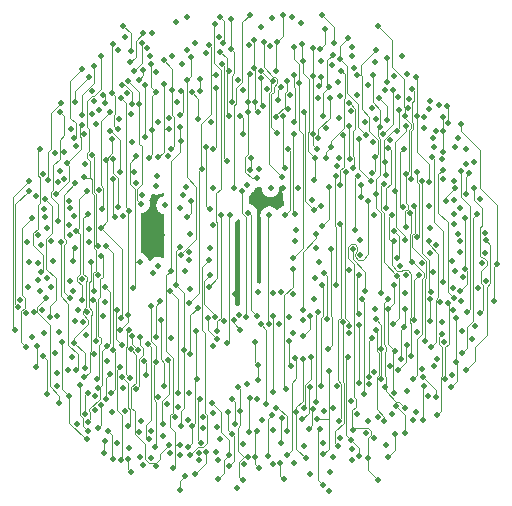
<source format=gbr>
%TF.GenerationSoftware,KiCad,Pcbnew,9.0.2*%
%TF.CreationDate,2025-11-21T20:47:09-08:00*%
%TF.ProjectId,LED Watch,4c454420-5761-4746-9368-2e6b69636164,rev?*%
%TF.SameCoordinates,Original*%
%TF.FileFunction,Copper,L3,Inr*%
%TF.FilePolarity,Positive*%
%FSLAX46Y46*%
G04 Gerber Fmt 4.6, Leading zero omitted, Abs format (unit mm)*
G04 Created by KiCad (PCBNEW 9.0.2) date 2025-11-21 20:47:09*
%MOMM*%
%LPD*%
G01*
G04 APERTURE LIST*
%TA.AperFunction,ViaPad*%
%ADD10C,0.500000*%
%TD*%
%TA.AperFunction,Conductor*%
%ADD11C,0.100000*%
%TD*%
G04 APERTURE END LIST*
D10*
%TO.N,Net-(U135-PD6)*%
X99039200Y-106574400D03*
X98472900Y-105706600D03*
X103188200Y-105449500D03*
%TO.N,Net-(U135-PD7)*%
X104322100Y-105697300D03*
X102351500Y-106109100D03*
%TO.N,Net-(U134-SDx)*%
X94217900Y-95183700D03*
X90729000Y-95112500D03*
%TO.N,Net-(U134-SCx)*%
X91939500Y-94379600D03*
X94411400Y-94509900D03*
%TO.N,Net-(U134-INT1)*%
X92673700Y-96016600D03*
X93923500Y-96271800D03*
X99711100Y-96647700D03*
X100463700Y-105395400D03*
%TO.N,Net-(U135-PF2)*%
X99214400Y-94784600D03*
X99529500Y-105460700D03*
X103489000Y-106870900D03*
%TO.N,Net-(U135-PF3)*%
X108273600Y-106874400D03*
X101448500Y-106113600D03*
X101500100Y-96878100D03*
%TO.N,Net-(U135-PF1)*%
X98128100Y-96841500D03*
X97878800Y-107684700D03*
X96739400Y-107903200D03*
%TO.N,Net-(U135-PF0)*%
X97378400Y-96866600D03*
X97100300Y-106646000D03*
X93139900Y-107303800D03*
%TO.N,/R5*%
X94745100Y-103085800D03*
X93610800Y-102796200D03*
X117510400Y-90339000D03*
X93929100Y-99562300D03*
X94306800Y-108263500D03*
X86485500Y-86379400D03*
X88155300Y-86526800D03*
X88655700Y-89585200D03*
X103794900Y-113497500D03*
X88301400Y-92141200D03*
X88727700Y-96183100D03*
X94062200Y-114733600D03*
X92487900Y-115585300D03*
X104322100Y-109074700D03*
X115332300Y-90339000D03*
X108165300Y-81883200D03*
X107504200Y-83625600D03*
X97239300Y-81757200D03*
X112648700Y-109036800D03*
X112937600Y-106295100D03*
X88254200Y-82392000D03*
X84532700Y-97678400D03*
X119813100Y-102464200D03*
X117862200Y-102099200D03*
X112949900Y-104826100D03*
X111747600Y-90526000D03*
X109696600Y-90106600D03*
X83732500Y-106756200D03*
X90384100Y-108260000D03*
X89897900Y-107105600D03*
X104595200Y-117427200D03*
X85938700Y-107003300D03*
X82504300Y-96995000D03*
%TO.N,/Second9*%
X85081100Y-87315000D03*
X86214000Y-85195300D03*
X102849600Y-96835500D03*
X103106900Y-91288800D03*
X96759100Y-91288800D03*
X96973000Y-86128500D03*
%TO.N,/Hour1*%
X105901900Y-111318700D03*
X105931400Y-102798400D03*
X113050600Y-101937500D03*
X105386200Y-102222500D03*
X111974800Y-106045700D03*
X112348700Y-102015400D03*
X105623200Y-86943200D03*
X103215900Y-86703400D03*
X101260200Y-86145600D03*
X99241700Y-86225900D03*
X111182200Y-94232000D03*
X106596600Y-86956200D03*
X105658000Y-90369200D03*
X109069800Y-90402300D03*
X110096600Y-94006800D03*
%TO.N,/Second5*%
X106061100Y-116110900D03*
X107278300Y-116392700D03*
X109715300Y-115292600D03*
X103581400Y-117832500D03*
X101822300Y-117888000D03*
X94715300Y-100003800D03*
X106149200Y-101800400D03*
X106388300Y-105668100D03*
X107712700Y-105937400D03*
%TO.N,/B1*%
X99242300Y-119300300D03*
X99660000Y-117333000D03*
X89032700Y-85883300D03*
X89895400Y-87411800D03*
X98873400Y-111368800D03*
X110277600Y-84979000D03*
X99057900Y-113484000D03*
X117224800Y-94554300D03*
X110516000Y-95092400D03*
X109571100Y-89010600D03*
X110837200Y-89409200D03*
X116489300Y-95675300D03*
X81401800Y-107141000D03*
X99705300Y-88127100D03*
X99699300Y-87313600D03*
X99835500Y-84938300D03*
X81173900Y-93943600D03*
X82763400Y-93877800D03*
X103919500Y-94589500D03*
X100445500Y-93750300D03*
X89732500Y-110620600D03*
X89590800Y-106561000D03*
X83823500Y-87378900D03*
X117817100Y-106629100D03*
X115106800Y-105852100D03*
X115133100Y-103999200D03*
X112990900Y-103471100D03*
X110919600Y-103471100D03*
X111398800Y-116327100D03*
X83531700Y-105357400D03*
X79980100Y-106549000D03*
X108463200Y-116693700D03*
%TO.N,/Second8*%
X80937300Y-105125800D03*
X105287500Y-103923700D03*
X80382400Y-104019900D03*
%TO.N,/Second1*%
X103425600Y-80122200D03*
X101752400Y-80209700D03*
X106975900Y-82253100D03*
X108520900Y-82632100D03*
X99843700Y-79909300D03*
X98538600Y-94591100D03*
X94888000Y-95678500D03*
X94532900Y-97021000D03*
X106000400Y-79952900D03*
%TO.N,/Minute1*%
X101533400Y-82531300D03*
X99799400Y-82491000D03*
X106823000Y-84130600D03*
X108648800Y-84432100D03*
X103487600Y-100506200D03*
X104004800Y-85681500D03*
X105731300Y-85933900D03*
X105912200Y-85145300D03*
X103563500Y-82629600D03*
%TO.N,/Minute7*%
X101787000Y-103421200D03*
X92228900Y-104161700D03*
X91877600Y-107196100D03*
X90587400Y-107207100D03*
X90231000Y-111578400D03*
X89148300Y-111492300D03*
X85011900Y-105805500D03*
X86100300Y-105102400D03*
X87622800Y-104228900D03*
%TO.N,/Second10*%
X89746300Y-82974900D03*
X96379000Y-102924100D03*
X96921000Y-80644500D03*
X93618200Y-80491300D03*
X91183700Y-82717700D03*
X89133500Y-80807800D03*
X88711300Y-82914400D03*
%TO.N,/R2*%
X102640900Y-79882800D03*
X102112500Y-82217800D03*
X102055200Y-84671700D03*
X117161400Y-95542300D03*
X98052700Y-118087000D03*
X91942900Y-84763000D03*
X119295700Y-95454000D03*
X105108100Y-95580800D03*
X97974700Y-113529500D03*
X86628200Y-103321900D03*
X85810800Y-93637600D03*
X98325300Y-115380200D03*
X110388900Y-115755300D03*
X84873600Y-103267700D03*
X109254200Y-95357300D03*
X109254200Y-94313800D03*
X107477200Y-94312600D03*
X107759200Y-90085900D03*
X93805600Y-113095700D03*
X93794500Y-111929200D03*
X93126100Y-103287000D03*
X83316100Y-91635300D03*
X116133100Y-106941500D03*
X118636700Y-107306900D03*
X107473700Y-86746700D03*
X115674400Y-113808500D03*
X87234900Y-83354800D03*
X91416000Y-83364000D03*
X113177000Y-84921200D03*
X111280100Y-86306300D03*
X108928800Y-113664600D03*
X88203600Y-113499900D03*
X89259100Y-113432000D03*
X82065500Y-103299100D03*
%TO.N,/G4*%
X94532600Y-85382700D03*
X87273800Y-100307400D03*
X94864500Y-83453900D03*
X86929600Y-110719800D03*
X81110200Y-100818900D03*
X83211000Y-100755900D03*
X105857300Y-83837100D03*
X85483200Y-111255700D03*
X94036900Y-100268700D03*
X94376700Y-118943200D03*
X89796800Y-118601300D03*
X89560000Y-117530700D03*
X87480200Y-117011500D03*
X87600500Y-115958100D03*
X86151100Y-115165600D03*
X115618900Y-112237600D03*
X114527900Y-110589600D03*
X114384500Y-100929700D03*
X119522700Y-100884300D03*
X116634000Y-89032400D03*
X114583500Y-89478700D03*
X93918700Y-120107000D03*
X106565400Y-120214300D03*
X116516200Y-87587400D03*
X112030800Y-85079800D03*
X116995400Y-100763000D03*
X117737500Y-89105800D03*
X120779100Y-100969100D03*
X116409400Y-110726000D03*
X116644800Y-104304000D03*
X120532300Y-104157800D03*
X106041700Y-119727200D03*
X105794500Y-114937100D03*
%TO.N,/Minute8*%
X84582700Y-102448400D03*
X102510100Y-103345200D03*
X85629400Y-102275200D03*
X81891900Y-98544500D03*
X82707500Y-102141100D03*
%TO.N,/Minute9*%
X83415500Y-95066600D03*
X84346400Y-92480400D03*
X99618600Y-94310300D03*
X85630500Y-89203400D03*
X86817600Y-89106600D03*
%TO.N,/R3*%
X113096000Y-97823700D03*
X103720200Y-98083900D03*
X113055100Y-93405300D03*
X97332200Y-115820800D03*
X87683100Y-112446100D03*
X86721300Y-112193400D03*
X91602800Y-81465300D03*
X104198700Y-80590800D03*
X88022400Y-110286300D03*
X95570100Y-116962200D03*
X119767000Y-98368000D03*
X117120800Y-97623400D03*
X82186200Y-101684500D03*
X86989000Y-101939100D03*
X113025800Y-88499000D03*
X113204800Y-87818000D03*
X115063900Y-87233600D03*
X110666900Y-80807800D03*
X82111200Y-91250000D03*
X84976500Y-90351500D03*
X90841300Y-81465300D03*
X89735000Y-83927700D03*
X85664400Y-84512900D03*
X115166300Y-108006000D03*
X114998600Y-99049100D03*
X107357800Y-114263600D03*
X107510500Y-97569200D03*
X107474300Y-115743000D03*
%TO.N,/B3*%
X95206600Y-118787900D03*
X90224400Y-91858800D03*
X92096800Y-91978400D03*
X92614800Y-85759900D03*
X96172600Y-116914900D03*
X85201000Y-114517300D03*
X86128300Y-114362100D03*
X86986400Y-111471200D03*
X87725100Y-107958300D03*
X89987500Y-103023400D03*
X81059600Y-102920200D03*
X82976500Y-102918400D03*
X94731100Y-100681600D03*
X90507000Y-100797600D03*
X106674700Y-118645500D03*
X95614800Y-112452400D03*
X95681100Y-116113700D03*
X93026300Y-89570200D03*
X84140100Y-91543700D03*
X87589900Y-102965900D03*
X85923900Y-92503600D03*
X103569200Y-84991800D03*
X103580700Y-88989000D03*
X115423200Y-109617800D03*
X113498200Y-108793000D03*
X111860200Y-96811800D03*
X112077400Y-99054300D03*
X117618600Y-99038400D03*
X111362500Y-93475800D03*
X112463200Y-87933000D03*
X112269800Y-89717100D03*
X108264700Y-89327700D03*
X108296400Y-92102200D03*
X111307900Y-92363900D03*
%TO.N,/Second6*%
X91520300Y-117447400D03*
X96380200Y-100652800D03*
X94766600Y-117194600D03*
X93935900Y-117152300D03*
X95541200Y-117582500D03*
X99373300Y-117897500D03*
X97190600Y-117622300D03*
X90581200Y-117337400D03*
%TO.N,/Hour2*%
X99590100Y-111160700D03*
X103507800Y-101398800D03*
X102880700Y-111562500D03*
X92594100Y-111288900D03*
X92314800Y-105742300D03*
X88946300Y-105556100D03*
X87428500Y-105369800D03*
X87222600Y-97907700D03*
X86217400Y-98012300D03*
X87674100Y-92157400D03*
X92079900Y-88986000D03*
X88201400Y-90394900D03*
%TO.N,/G3*%
X104273600Y-82329000D03*
X104319700Y-83850000D03*
X105926200Y-97800100D03*
X106532300Y-94489300D03*
X105311700Y-93893700D03*
X88252100Y-108282400D03*
X105330100Y-91981800D03*
X92555600Y-83747800D03*
X93284300Y-86226600D03*
X93209000Y-91234300D03*
X88091100Y-111906800D03*
X117487000Y-98436100D03*
X119807000Y-98992300D03*
X112141200Y-94780700D03*
X87675600Y-99502100D03*
X81875500Y-102378100D03*
X85135100Y-91022700D03*
X112988200Y-98994600D03*
X85067900Y-99617700D03*
X84890500Y-100755500D03*
X108484100Y-117622000D03*
X106917800Y-117296300D03*
X118146500Y-109960800D03*
X116956000Y-110378300D03*
X113090500Y-89302500D03*
X87031800Y-99447200D03*
X86479800Y-91805900D03*
X97024800Y-116896100D03*
X99228500Y-116202900D03*
X104444500Y-116401400D03*
X98576100Y-114573800D03*
X98320300Y-112406900D03*
X94735900Y-111909800D03*
X92095200Y-112284400D03*
%TO.N,/G6*%
X89758600Y-88256000D03*
X93939000Y-88348800D03*
X108249000Y-87403800D03*
X100930100Y-87611300D03*
X100774800Y-85288000D03*
X98812500Y-85389400D03*
X108618900Y-92829000D03*
X116161800Y-93053300D03*
X118131000Y-92571400D03*
X87560600Y-87352700D03*
X87446300Y-86694500D03*
X88021300Y-88132900D03*
X87318800Y-96337800D03*
X82386100Y-96335700D03*
X95640200Y-85316000D03*
X95640200Y-86347000D03*
X94014500Y-86336000D03*
X117149100Y-103895700D03*
X112221100Y-113057700D03*
X112949500Y-115288800D03*
X108400900Y-112554600D03*
X112122500Y-115382900D03*
X111507100Y-117336200D03*
X103528700Y-103522000D03*
X109337700Y-103999200D03*
X109522900Y-111978500D03*
X90828800Y-117974300D03*
X88928000Y-117611000D03*
X88866600Y-109738400D03*
X85872400Y-109786000D03*
X85002200Y-107660900D03*
X83314600Y-108525100D03*
X102441200Y-117811200D03*
X102743400Y-119211900D03*
X107144500Y-102798000D03*
X107226100Y-92738600D03*
X107104700Y-93542100D03*
X84929000Y-96893000D03*
X86127000Y-96731600D03*
%TO.N,/Minute10*%
X93271400Y-83373400D03*
X94539100Y-82909800D03*
X90841600Y-84543100D03*
X97491600Y-84098600D03*
X94139700Y-84077400D03*
X96118300Y-83108700D03*
X100633300Y-92943600D03*
X97893700Y-92249700D03*
X89416900Y-86554600D03*
X90451000Y-85405000D03*
%TO.N,/G2*%
X105277200Y-96399600D03*
X110490600Y-88747000D03*
X110666900Y-119270200D03*
X98741500Y-119956700D03*
X108546300Y-115055200D03*
X119039900Y-96804600D03*
X117123400Y-96740600D03*
X105902600Y-96069900D03*
X91482000Y-84047800D03*
X91914700Y-86464100D03*
X102983200Y-85494100D03*
X103038200Y-87895300D03*
X109824700Y-117428400D03*
X109884200Y-95655600D03*
X104422400Y-88153100D03*
X91605700Y-89642200D03*
X99244400Y-89967400D03*
X99022000Y-88446400D03*
X102068100Y-88516000D03*
X107372400Y-88634600D03*
X117821600Y-108548800D03*
X87844800Y-115154600D03*
X88284700Y-117516900D03*
X91280700Y-92039100D03*
X93509700Y-113981000D03*
X83805700Y-93132200D03*
X85050200Y-94168000D03*
X84656200Y-103880700D03*
%TO.N,/Second2*%
X116214800Y-91505800D03*
X116224000Y-89742600D03*
X114617200Y-88546800D03*
X116219900Y-88546800D03*
X111961800Y-86293700D03*
X113321100Y-87007300D03*
X110459100Y-83919900D03*
X112704000Y-83416200D03*
X96475900Y-96377500D03*
X96125000Y-91051900D03*
X111093500Y-90003900D03*
%TO.N,/Second3*%
X118058100Y-97076300D03*
X118043400Y-101394900D03*
X117661000Y-103271200D03*
X96708400Y-97663800D03*
X118112900Y-95090900D03*
X118418300Y-93311300D03*
%TO.N,/Minute6*%
X97047500Y-114762400D03*
X94580100Y-114231300D03*
X101847600Y-105396900D03*
X99748600Y-115210400D03*
X99823500Y-112355000D03*
X101772200Y-111859500D03*
%TO.N,/Second7*%
X81768000Y-109700200D03*
X104919400Y-105357200D03*
X104322100Y-107093900D03*
X103187900Y-107535400D03*
X103355900Y-109593700D03*
X81847200Y-107942600D03*
X83538600Y-111313100D03*
X89516300Y-114689800D03*
X89033200Y-110558000D03*
X86137800Y-111916600D03*
X86725800Y-113361000D03*
X85927400Y-113699000D03*
%TO.N,Net-(J1-~{RST})*%
X109171400Y-98993000D03*
X105482700Y-98492800D03*
X104321000Y-104865600D03*
X97668200Y-105825900D03*
%TO.N,/B5*%
X112066200Y-111886300D03*
X112138000Y-108331900D03*
X115272800Y-91948800D03*
X93004800Y-116321400D03*
X89782300Y-108231700D03*
X106534800Y-86052600D03*
X106850500Y-83326500D03*
X106038300Y-88495400D03*
X108383700Y-88045000D03*
X115614800Y-89770300D03*
X94793900Y-108652600D03*
X95420300Y-104698600D03*
X111713700Y-109626700D03*
X110476200Y-104827400D03*
X111587200Y-104827400D03*
X96551100Y-88945200D03*
X116228500Y-102487500D03*
X83538600Y-110252600D03*
X112081000Y-102734100D03*
X103683700Y-108953500D03*
X102993900Y-117129100D03*
X91900600Y-118122200D03*
X113933800Y-113497900D03*
X84825200Y-108835200D03*
X83033200Y-99039700D03*
X87051100Y-94699400D03*
X86045900Y-94844500D03*
X85171900Y-98200900D03*
X85597700Y-104012200D03*
X86611200Y-104012200D03*
X86813100Y-107530500D03*
X82138000Y-99406400D03*
%TO.N,/R6*%
X88937300Y-86961700D03*
X93701500Y-87245000D03*
X89572600Y-105346500D03*
X118119000Y-91226500D03*
X96291700Y-105546700D03*
X84614300Y-96257300D03*
X89650900Y-96517200D03*
X116102700Y-92120000D03*
X81703100Y-95268000D03*
X98246100Y-80256200D03*
X110432900Y-91962100D03*
X98246100Y-82828500D03*
X108946500Y-84995700D03*
X108789300Y-98150600D03*
X108987800Y-93510300D03*
X110216300Y-93327600D03*
X113024600Y-113179700D03*
X117078700Y-103002500D03*
X111513400Y-104000800D03*
X98298100Y-87245000D03*
X109625100Y-103247300D03*
X108550900Y-99741200D03*
X110538300Y-82840800D03*
X100525900Y-110803900D03*
X100325100Y-107591200D03*
X97042600Y-107321800D03*
X82447300Y-106871800D03*
X104963100Y-111403400D03*
X104259300Y-114157200D03*
X102573300Y-114071700D03*
X102477400Y-116181500D03*
X88893100Y-106590500D03*
X100525900Y-109523100D03*
X92915700Y-109113200D03*
X92511400Y-114558600D03*
X90504600Y-115231700D03*
X107192900Y-111290500D03*
X111328500Y-111421200D03*
X85747000Y-105938800D03*
X109928100Y-111190600D03*
%TO.N,/G1*%
X102851000Y-92827300D03*
X102696000Y-88444200D03*
X100514000Y-88086800D03*
X90501300Y-87412500D03*
X89558000Y-85475100D03*
X84536700Y-95655000D03*
X82535000Y-95468900D03*
X100201000Y-82019800D03*
X100233100Y-84399800D03*
X116107800Y-105946900D03*
X118861600Y-94537000D03*
X119298600Y-105150800D03*
X90653600Y-95897800D03*
X118917700Y-106246200D03*
X82929100Y-105460500D03*
X107973800Y-93193300D03*
X108279700Y-106253700D03*
X100276600Y-117298300D03*
X100437100Y-115127100D03*
X111246200Y-114315200D03*
X109863800Y-114250600D03*
X110491300Y-106553800D03*
X100656800Y-118297500D03*
X100314700Y-87239400D03*
X90675800Y-114325200D03*
X88606400Y-116145200D03*
X96689300Y-113570900D03*
X110299300Y-90651300D03*
X107393600Y-92019600D03*
%TO.N,/G5*%
X88040500Y-89716600D03*
X94721300Y-104261300D03*
X91469100Y-104538200D03*
X86452900Y-88336700D03*
X112541400Y-101175500D03*
X93070500Y-117036400D03*
X91833600Y-116526000D03*
X91928800Y-109308900D03*
X84462000Y-109965300D03*
X117210100Y-91064200D03*
X107608600Y-84641000D03*
X106701700Y-91113400D03*
X115455000Y-91083400D03*
X88839500Y-93212000D03*
X96355600Y-82474500D03*
X96962900Y-84955100D03*
X111384200Y-96281400D03*
X111567700Y-91146800D03*
X95772300Y-92912900D03*
X106329100Y-92017100D03*
X99930200Y-92048800D03*
X99848500Y-93010100D03*
X119165000Y-103015400D03*
X117216000Y-101627900D03*
X90067800Y-93207600D03*
X113144800Y-111710400D03*
X114894400Y-112197100D03*
X113772900Y-105774500D03*
X114171500Y-101933200D03*
X110982200Y-110730500D03*
X110491300Y-105683800D03*
X110982200Y-108157600D03*
X105034800Y-108850200D03*
X104414400Y-113161100D03*
X84581600Y-98544500D03*
X88410400Y-97055800D03*
X88229100Y-93774500D03*
X82685900Y-97936000D03*
%TO.N,/Second4*%
X94756600Y-98473400D03*
X109060800Y-101945400D03*
X109101200Y-105251200D03*
X117317300Y-105543400D03*
X116863800Y-111373500D03*
X115701800Y-109013800D03*
X117313500Y-109253800D03*
X114612100Y-111295200D03*
X114521300Y-114242000D03*
X113684700Y-114196000D03*
%TO.N,/B2*%
X90975800Y-85880900D03*
X103656300Y-96773400D03*
X90986300Y-90202700D03*
X103608900Y-89954000D03*
X101007900Y-82166500D03*
X102129900Y-89873300D03*
X92867900Y-112880500D03*
X96614200Y-112727600D03*
X117609600Y-96265900D03*
X115026800Y-96099300D03*
X113733800Y-96078600D03*
X114670200Y-107480600D03*
X87007500Y-114873700D03*
X87228300Y-112938100D03*
X116278800Y-107565900D03*
X106328400Y-89486200D03*
X110180800Y-87786000D03*
X112372000Y-86887300D03*
X108130200Y-108896100D03*
X108389800Y-115863500D03*
X98081000Y-117171200D03*
X84146000Y-93767700D03*
X90203200Y-94172600D03*
X109102400Y-117225700D03*
X97117800Y-119201600D03*
X83721000Y-112728500D03*
X82573800Y-103897600D03*
X81549800Y-105083100D03*
%TO.N,/Minute2*%
X113982200Y-93190900D03*
X113993400Y-98719700D03*
X105669400Y-100852000D03*
X111426900Y-88795200D03*
X110778900Y-86936500D03*
X108932000Y-86657100D03*
%TO.N,/B6*%
X106924600Y-113195500D03*
X88784000Y-88700500D03*
X105655500Y-105089200D03*
X101369600Y-117293300D03*
X101702400Y-113784500D03*
X117740600Y-104162600D03*
X111848000Y-113672200D03*
X83579200Y-97322900D03*
X98086300Y-84698000D03*
X97332300Y-83005600D03*
X107319500Y-85622600D03*
X92975000Y-88657200D03*
X81415700Y-97090100D03*
X98057500Y-88446400D03*
X80907100Y-108020400D03*
X82318600Y-108791600D03*
X84539900Y-112146600D03*
X82644000Y-111969000D03*
X83972000Y-107576800D03*
X117160900Y-93928000D03*
X114401800Y-93928000D03*
X115161900Y-103349800D03*
X115984100Y-104183400D03*
X105434200Y-112655300D03*
X110696300Y-113932900D03*
X95848800Y-113929500D03*
X95848800Y-114875500D03*
X91504000Y-115144400D03*
X87077200Y-87965000D03*
X83751900Y-88117000D03*
X86664900Y-87182900D03*
X89608000Y-116569200D03*
X86078900Y-115846300D03*
%TO.N,/R4*%
X94968900Y-114735300D03*
X94650500Y-116454400D03*
X96893500Y-105449900D03*
X95271300Y-106648100D03*
X95396300Y-110701300D03*
X106227700Y-81089200D03*
X105816000Y-82760900D03*
X94491600Y-80100200D03*
X97284400Y-80055100D03*
X97610800Y-82266800D03*
X115888500Y-87557200D03*
X115028500Y-87899700D03*
X114015100Y-88489200D03*
X113926700Y-85178800D03*
X108492500Y-83392100D03*
X115034600Y-94086900D03*
X117633200Y-99986300D03*
X115101300Y-100074000D03*
X114021200Y-106759600D03*
X110151000Y-107277100D03*
X109896900Y-110554500D03*
X114428400Y-109861500D03*
X85627700Y-88346600D03*
X86627100Y-84195700D03*
X90030900Y-84662100D03*
X90691400Y-82298400D03*
X95246000Y-82298400D03*
X106557200Y-110038300D03*
X106042500Y-117111400D03*
X105514100Y-114081300D03*
X91068500Y-110408400D03*
X90859900Y-109205600D03*
X87723000Y-109174900D03*
X85131500Y-109998100D03*
X86685000Y-108653300D03*
X96438200Y-101953100D03*
X83855800Y-99092000D03*
X86191600Y-99117100D03*
X81015100Y-99097900D03*
%TO.N,/Minute5*%
X101832000Y-115081200D03*
X100752400Y-106106200D03*
X102973300Y-115135000D03*
X102042100Y-113174800D03*
X101201600Y-112839700D03*
X104824400Y-114929200D03*
X105227000Y-113277800D03*
X106112100Y-113436100D03*
%TO.N,/Minute4*%
X105416700Y-99661800D03*
X106712200Y-99767200D03*
X106491800Y-108178000D03*
X113124500Y-107812500D03*
X112362300Y-109952900D03*
X110361000Y-110112200D03*
%TO.N,/R1*%
X116215400Y-93776800D03*
X102546900Y-93618000D03*
X100829200Y-84686200D03*
X101776700Y-85525800D03*
X102489700Y-85993300D03*
X102195200Y-87112500D03*
X109848400Y-85801900D03*
X111470100Y-83577500D03*
X111491700Y-85627500D03*
X89319900Y-81785400D03*
X100762500Y-80918000D03*
X113535700Y-93775700D03*
X113576900Y-86194000D03*
X118799200Y-92399900D03*
X117717800Y-93116200D03*
X118242500Y-105065400D03*
X117087900Y-104929100D03*
X82353600Y-93340600D03*
X83600300Y-94082600D03*
X109101200Y-106126200D03*
X109088500Y-111105200D03*
X91281800Y-115823900D03*
X100888900Y-114224400D03*
X82268900Y-104914800D03*
X100453700Y-112399000D03*
X91229100Y-107811300D03*
X89004600Y-107873100D03*
X88638500Y-104879300D03*
X85296800Y-104914800D03*
X81135100Y-94787000D03*
X80250400Y-104645000D03*
%TO.N,/B4*%
X105219700Y-85063000D03*
X94934300Y-86459700D03*
X95486300Y-88726100D03*
X86359300Y-100814600D03*
X93908500Y-89391700D03*
X85821700Y-110592700D03*
X81897600Y-100921200D03*
X93142400Y-101552000D03*
X91666600Y-101751000D03*
X112894800Y-91233700D03*
X105560700Y-91281200D03*
X94347300Y-101579400D03*
X105163400Y-82675500D03*
X112775800Y-96158100D03*
X113395000Y-96675100D03*
X105196300Y-89978600D03*
X93980300Y-90598600D03*
X84680300Y-89595400D03*
X85831400Y-89998800D03*
X113581000Y-100832100D03*
X115646300Y-99399500D03*
X119791200Y-100080800D03*
X93366300Y-118303400D03*
X89859500Y-90708800D03*
X93951100Y-116283300D03*
X104936500Y-118812300D03*
X113667100Y-110730500D03*
%TO.N,/Minute3*%
X115083600Y-97973800D03*
X103639400Y-99080500D03*
X112061100Y-98232900D03*
X112283600Y-100522100D03*
X115385200Y-101663800D03*
%TO.N,Net-(J1-VCC)*%
X92895600Y-91846400D03*
X89133500Y-96946600D03*
X92393500Y-98502500D03*
X109197700Y-100230700D03*
X108275900Y-101500000D03*
X102653700Y-94589000D03*
X98630300Y-103500200D03*
%TO.N,Net-(J1-GND)*%
X110325000Y-96845700D03*
X96517800Y-99662100D03*
X92009500Y-93537500D03*
X92040400Y-101162400D03*
X101609000Y-94587900D03*
X98908800Y-105291500D03*
X100536700Y-103398400D03*
X96721900Y-94591100D03*
%TD*%
D11*
%TO.N,Net-(U135-PD6)*%
X98472900Y-106008100D02*
X98472900Y-105706600D01*
X99039200Y-106574400D02*
X98472900Y-106008100D01*
%TO.N,Net-(U134-INT1)*%
X99929700Y-104861400D02*
X100463700Y-105395400D01*
X99929700Y-96866300D02*
X99929700Y-104861400D01*
X99711100Y-96647700D02*
X99929700Y-96866300D01*
%TO.N,Net-(U135-PF2)*%
X99529500Y-97034100D02*
X99529500Y-105460700D01*
X99214400Y-96719000D02*
X99529500Y-97034100D01*
X99214400Y-94784600D02*
X99214400Y-96719000D01*
%TO.N,Net-(U135-PF3)*%
X101352300Y-97025900D02*
X101500100Y-96878100D01*
X101352300Y-106017400D02*
X101352300Y-97025900D01*
X101448500Y-106113600D02*
X101352300Y-106017400D01*
%TO.N,Net-(U135-PF1)*%
X98069900Y-107493600D02*
X97878800Y-107684700D01*
X98069900Y-96899700D02*
X98069900Y-107493600D01*
X98128100Y-96841500D02*
X98069900Y-96899700D01*
%TO.N,Net-(U135-PF0)*%
X97378400Y-105547700D02*
X97378400Y-96866600D01*
X97100300Y-105825800D02*
X97378400Y-105547700D01*
X97100300Y-106646000D02*
X97100300Y-105825800D01*
%TO.N,/R5*%
X88423000Y-86794500D02*
X88155300Y-86526800D01*
X88423000Y-88300900D02*
X88423000Y-86794500D01*
X88356400Y-88367500D02*
X88423000Y-88300900D01*
X88356400Y-89285900D02*
X88356400Y-88367500D01*
X88655700Y-89585200D02*
X88356400Y-89285900D01*
X112648700Y-106584000D02*
X112937600Y-106295100D01*
X112648700Y-109036800D02*
X112648700Y-106584000D01*
X88155300Y-82490900D02*
X88155300Y-86526800D01*
X88254200Y-82392000D02*
X88155300Y-82490900D01*
X93610800Y-99880600D02*
X93610800Y-102796200D01*
X93929100Y-99562300D02*
X93610800Y-99880600D01*
X94062200Y-113408800D02*
X94062200Y-114733600D01*
X94306800Y-113164200D02*
X94062200Y-113408800D01*
X94306800Y-108263500D02*
X94306800Y-113164200D01*
X112949900Y-106282800D02*
X112949900Y-104826100D01*
X112937600Y-106295100D02*
X112949900Y-106282800D01*
X107504200Y-82544300D02*
X107504200Y-83625600D01*
X108165300Y-81883200D02*
X107504200Y-82544300D01*
X108092300Y-84213700D02*
X107504200Y-83625600D01*
X108092300Y-86549600D02*
X108092300Y-84213700D01*
X109029200Y-87486500D02*
X108092300Y-86549600D01*
X109029200Y-89439200D02*
X109029200Y-87486500D01*
X109696600Y-90106600D02*
X109029200Y-89439200D01*
X103794900Y-113135000D02*
X103794900Y-113497500D01*
X104322100Y-112607800D02*
X103794900Y-113135000D01*
X104322100Y-109074700D02*
X104322100Y-112607800D01*
X103794900Y-116626900D02*
X103794900Y-113497500D01*
X104595200Y-117427200D02*
X103794900Y-116626900D01*
X89897900Y-107773800D02*
X90384100Y-108260000D01*
X89897900Y-107105600D02*
X89897900Y-107773800D01*
X94306800Y-103492200D02*
X93610800Y-102796200D01*
X94306800Y-108263500D02*
X94306800Y-103492200D01*
X88301400Y-93278800D02*
X88301400Y-92141200D01*
X88727700Y-93705100D02*
X88301400Y-93278800D01*
X88727700Y-96183100D02*
X88727700Y-93705100D01*
%TO.N,/Second9*%
X103256600Y-91438500D02*
X103106900Y-91288800D01*
X103256600Y-96428500D02*
X103256600Y-91438500D01*
X102849600Y-96835500D02*
X103256600Y-96428500D01*
X96973000Y-91074900D02*
X96759100Y-91288800D01*
X96973000Y-86128500D02*
X96973000Y-91074900D01*
X85081100Y-86328200D02*
X86214000Y-85195300D01*
X85081100Y-87315000D02*
X85081100Y-86328200D01*
%TO.N,/Hour1*%
X109069800Y-92980000D02*
X110096600Y-94006800D01*
X109069800Y-90402300D02*
X109069800Y-92980000D01*
X105658000Y-89586200D02*
X105658000Y-90369200D01*
X106596600Y-88647600D02*
X105658000Y-89586200D01*
X106596600Y-86956200D02*
X106596600Y-88647600D01*
X111183300Y-100850000D02*
X112348700Y-102015400D01*
X111183300Y-96648500D02*
X111183300Y-100850000D01*
X110982500Y-96447700D02*
X111183300Y-96648500D01*
X110982500Y-94431700D02*
X110982500Y-96447700D01*
X111182200Y-94232000D02*
X110982500Y-94431700D01*
X112483500Y-105537000D02*
X111974800Y-106045700D01*
X112483500Y-102150200D02*
X112483500Y-105537000D01*
X112348700Y-102015400D02*
X112483500Y-102150200D01*
X105901900Y-105586500D02*
X105901900Y-111318700D01*
X106064400Y-105424000D02*
X105901900Y-105586500D01*
X106064400Y-102931400D02*
X106064400Y-105424000D01*
X105931400Y-102798400D02*
X106064400Y-102931400D01*
%TO.N,/Second5*%
X106388300Y-102039500D02*
X106388300Y-105668100D01*
X106149200Y-101800400D02*
X106388300Y-102039500D01*
X107712700Y-110957000D02*
X107712700Y-105937400D01*
X107796300Y-111040600D02*
X107712700Y-110957000D01*
X107796300Y-114428200D02*
X107796300Y-111040600D01*
X107072500Y-115152000D02*
X107796300Y-114428200D01*
X107072500Y-116186900D02*
X107072500Y-115152000D01*
X107278300Y-116392700D02*
X107072500Y-116186900D01*
%TO.N,/B1*%
X99699300Y-85074500D02*
X99835500Y-84938300D01*
X99699300Y-87313600D02*
X99699300Y-85074500D01*
X89313700Y-85883300D02*
X89032700Y-85883300D01*
X89895400Y-86465000D02*
X89313700Y-85883300D01*
X89895400Y-87411800D02*
X89895400Y-86465000D01*
X99705300Y-87319600D02*
X99705300Y-88127100D01*
X99699300Y-87313600D02*
X99705300Y-87319600D01*
X99057900Y-111553300D02*
X99057900Y-113484000D01*
X98873400Y-111368800D02*
X99057900Y-111553300D01*
X115133100Y-105825800D02*
X115133100Y-103999200D01*
X115106800Y-105852100D02*
X115133100Y-105825800D01*
X110919600Y-96670000D02*
X110919600Y-103471100D01*
X110516000Y-96266400D02*
X110919600Y-96670000D01*
X110516000Y-95092400D02*
X110516000Y-96266400D01*
X100020700Y-93750300D02*
X100445500Y-93750300D01*
X99446800Y-93176400D02*
X100020700Y-93750300D01*
X99446800Y-91964200D02*
X99446800Y-93176400D01*
X99705300Y-91705700D02*
X99446800Y-91964200D01*
X99705300Y-88127100D02*
X99705300Y-91705700D01*
X116489300Y-95289800D02*
X116489300Y-95675300D01*
X117224800Y-94554300D02*
X116489300Y-95289800D01*
X83018500Y-88183900D02*
X83823500Y-87378900D01*
X83018500Y-91278500D02*
X83018500Y-88183900D01*
X82763400Y-91533600D02*
X83018500Y-91278500D01*
X82763400Y-93877800D02*
X82763400Y-91533600D01*
X99660000Y-117333000D02*
X99369800Y-117333000D01*
X98960900Y-119018900D02*
X99242300Y-119300300D01*
X98960900Y-117741900D02*
X98960900Y-119018900D01*
X99369800Y-117333000D02*
X98960900Y-117741900D01*
X110905500Y-89340900D02*
X110837200Y-89409200D01*
X110905500Y-87935300D02*
X110905500Y-89340900D01*
X110277600Y-87307400D02*
X110905500Y-87935300D01*
X110277600Y-84979000D02*
X110277600Y-87307400D01*
X99057900Y-114660100D02*
X99057900Y-113484000D01*
X98826800Y-114891200D02*
X99057900Y-114660100D01*
X98826800Y-116790000D02*
X98826800Y-114891200D01*
X99369800Y-117333000D02*
X98826800Y-116790000D01*
X110691800Y-89554600D02*
X110837200Y-89409200D01*
X110691800Y-90171800D02*
X110691800Y-89554600D01*
X110902700Y-90382700D02*
X110691800Y-90171800D01*
X110902700Y-93451600D02*
X110902700Y-90382700D01*
X110516000Y-93838300D02*
X110902700Y-93451600D01*
X110516000Y-95092400D02*
X110516000Y-93838300D01*
X79779000Y-106347900D02*
X79980100Y-106549000D01*
X79779000Y-95338500D02*
X79779000Y-106347900D01*
X81173900Y-93943600D02*
X79779000Y-95338500D01*
X89380600Y-110268700D02*
X89732500Y-110620600D01*
X89380600Y-108065400D02*
X89380600Y-110268700D01*
X89422000Y-108024000D02*
X89380600Y-108065400D01*
X89422000Y-106729800D02*
X89422000Y-108024000D01*
X89590800Y-106561000D02*
X89422000Y-106729800D01*
%TO.N,/Second1*%
X106975900Y-80928400D02*
X106000400Y-79952900D01*
X106975900Y-82253100D02*
X106975900Y-80928400D01*
X99214200Y-80538800D02*
X99843700Y-79909300D01*
X99214200Y-85555800D02*
X99214200Y-80538800D01*
X98699800Y-86070200D02*
X99214200Y-85555800D01*
X98699800Y-87411400D02*
X98699800Y-86070200D01*
X98538600Y-87572600D02*
X98699800Y-87411400D01*
X98538600Y-94591100D02*
X98538600Y-87572600D01*
X94888000Y-96665900D02*
X94888000Y-95678500D01*
X94532900Y-97021000D02*
X94888000Y-96665900D01*
%TO.N,/Minute1*%
X105912200Y-85753000D02*
X105731300Y-85933900D01*
X105912200Y-85145300D02*
X105912200Y-85753000D01*
X104004800Y-89653300D02*
X104004800Y-85681500D01*
X104321200Y-89969700D02*
X104004800Y-89653300D01*
X104321200Y-99672600D02*
X104321200Y-89969700D01*
X103487600Y-100506200D02*
X104321200Y-99672600D01*
X103563500Y-83662100D02*
X103563500Y-82629600D01*
X104004800Y-84103400D02*
X103563500Y-83662100D01*
X104004800Y-85681500D02*
X104004800Y-84103400D01*
%TO.N,/Minute7*%
X91877600Y-104513000D02*
X91877600Y-107196100D01*
X92228900Y-104161700D02*
X91877600Y-104513000D01*
X90458200Y-111351200D02*
X90231000Y-111578400D01*
X90458200Y-109039300D02*
X90458200Y-111351200D01*
X90827700Y-108669800D02*
X90458200Y-109039300D01*
X90827700Y-108135600D02*
X90827700Y-108669800D01*
X90587400Y-107895300D02*
X90827700Y-108135600D01*
X90587400Y-107207100D02*
X90587400Y-107895300D01*
%TO.N,/Second10*%
X89746300Y-81420600D02*
X89746300Y-82974900D01*
X89133500Y-80807800D02*
X89746300Y-81420600D01*
X96837600Y-80727900D02*
X96921000Y-80644500D01*
X96837600Y-84013000D02*
X96837600Y-80727900D01*
X97374700Y-84550100D02*
X96837600Y-84013000D01*
X97374700Y-94617500D02*
X97374700Y-84550100D01*
X96976600Y-95015600D02*
X97374700Y-94617500D01*
X96976600Y-97363900D02*
X96976600Y-95015600D01*
X97110100Y-97497400D02*
X96976600Y-97363900D01*
X97110100Y-102193000D02*
X97110100Y-97497400D01*
X96379000Y-102924100D02*
X97110100Y-102193000D01*
%TO.N,/R2*%
X102055200Y-82275100D02*
X102055200Y-84671700D01*
X102112500Y-82217800D02*
X102055200Y-82275100D01*
X102640900Y-81689400D02*
X102112500Y-82217800D01*
X102640900Y-79882800D02*
X102640900Y-81689400D01*
X109254200Y-95357300D02*
X109254200Y-94313800D01*
X98482700Y-115537600D02*
X98325300Y-115380200D01*
X98482700Y-117657000D02*
X98482700Y-115537600D01*
X98052700Y-118087000D02*
X98482700Y-117657000D01*
X86357000Y-92309400D02*
X86357000Y-93729800D01*
X86078100Y-92030500D02*
X86357000Y-92309400D01*
X86078100Y-91639600D02*
X86078100Y-92030500D01*
X86256400Y-91461300D02*
X86078100Y-91639600D01*
X86256400Y-89570500D02*
X86256400Y-91461300D01*
X86051200Y-89365300D02*
X86256400Y-89570500D01*
X86051200Y-87228600D02*
X86051200Y-89365300D01*
X86498600Y-86781200D02*
X86051200Y-87228600D01*
X86665000Y-86781200D02*
X86498600Y-86781200D01*
X87234900Y-86211300D02*
X86665000Y-86781200D01*
X87234900Y-83354800D02*
X87234900Y-86211300D01*
X116064000Y-113418900D02*
X115674400Y-113808500D01*
X116064000Y-110948600D02*
X116064000Y-113418900D01*
X116007700Y-110892300D02*
X116064000Y-110948600D01*
X116007700Y-110559700D02*
X116007700Y-110892300D01*
X116120300Y-110447100D02*
X116007700Y-110559700D01*
X116120300Y-108007400D02*
X116120300Y-110447100D01*
X115877100Y-107764200D02*
X116120300Y-108007400D01*
X115877100Y-107197500D02*
X115877100Y-107764200D01*
X116133100Y-106941500D02*
X115877100Y-107197500D01*
X97974700Y-115029600D02*
X98325300Y-115380200D01*
X97974700Y-113529500D02*
X97974700Y-115029600D01*
X107795300Y-90122000D02*
X107759200Y-90085900D01*
X107795300Y-92789900D02*
X107795300Y-90122000D01*
X107506400Y-93078800D02*
X107795300Y-92789900D01*
X107506400Y-94283400D02*
X107506400Y-93078800D01*
X107477200Y-94312600D02*
X107506400Y-94283400D01*
X85810800Y-93705700D02*
X85810800Y-93637600D01*
X85834900Y-93729800D02*
X85810800Y-93705700D01*
X86357000Y-93729800D02*
X85834900Y-93729800D01*
X86447600Y-93820400D02*
X86357000Y-93729800D01*
X86447600Y-94969400D02*
X86447600Y-93820400D01*
X86619100Y-95140900D02*
X86447600Y-94969400D01*
X86619100Y-99602500D02*
X86619100Y-95140900D01*
X86789700Y-99773100D02*
X86619100Y-99602500D01*
X86789700Y-101570400D02*
X86789700Y-99773100D01*
X86587300Y-101772800D02*
X86789700Y-101570400D01*
X86587300Y-103281000D02*
X86587300Y-101772800D01*
X86628200Y-103321900D02*
X86587300Y-103281000D01*
X93794500Y-103955400D02*
X93794500Y-111929200D01*
X93126100Y-103287000D02*
X93794500Y-103955400D01*
%TO.N,/G4*%
X89560000Y-118364500D02*
X89560000Y-117530700D01*
X89796800Y-118601300D02*
X89560000Y-118364500D01*
X87480200Y-116078400D02*
X87600500Y-115958100D01*
X87480200Y-117011500D02*
X87480200Y-116078400D01*
X94864500Y-85050800D02*
X94864500Y-83453900D01*
X94532600Y-85382700D02*
X94864500Y-85050800D01*
X85726500Y-114741000D02*
X86151100Y-115165600D01*
X85726500Y-114066100D02*
X85726500Y-114741000D01*
X85483200Y-113822800D02*
X85726500Y-114066100D01*
X85483200Y-111255700D02*
X85483200Y-113822800D01*
X93918700Y-119401200D02*
X93918700Y-120107000D01*
X94376700Y-118943200D02*
X93918700Y-119401200D01*
X116634000Y-87705200D02*
X116516200Y-87587400D01*
X116634000Y-89032400D02*
X116634000Y-87705200D01*
X117737500Y-89748200D02*
X117737500Y-89105800D01*
X119311200Y-91321900D02*
X117737500Y-89748200D01*
X119311200Y-94562300D02*
X119311200Y-91321900D01*
X120779100Y-96030200D02*
X119311200Y-94562300D01*
X120779100Y-100969100D02*
X120779100Y-96030200D01*
X115618900Y-111680600D02*
X114527900Y-110589600D01*
X115618900Y-112237600D02*
X115618900Y-111680600D01*
X116686100Y-104345300D02*
X116644800Y-104304000D01*
X116686100Y-107760200D02*
X116686100Y-104345300D01*
X116409400Y-108036900D02*
X116686100Y-107760200D01*
X116409400Y-110726000D02*
X116409400Y-108036900D01*
X120532300Y-101215900D02*
X120779100Y-100969100D01*
X120532300Y-104157800D02*
X120532300Y-101215900D01*
X105619100Y-115112500D02*
X105794500Y-114937100D01*
X105619100Y-119304600D02*
X105619100Y-115112500D01*
X106041700Y-119727200D02*
X105619100Y-119304600D01*
X94036900Y-100114200D02*
X94036900Y-100268700D01*
X95308900Y-98842200D02*
X94036900Y-100114200D01*
X95308900Y-94439600D02*
X95308900Y-98842200D01*
X94532600Y-93663300D02*
X95308900Y-94439600D01*
X94532600Y-85382700D02*
X94532600Y-93663300D01*
X87390700Y-100424300D02*
X87273800Y-100307400D01*
X87390700Y-102105500D02*
X87390700Y-100424300D01*
X87188200Y-102308000D02*
X87390700Y-102105500D01*
X87188200Y-103807600D02*
X87188200Y-102308000D01*
X87024500Y-103971300D02*
X87188200Y-103807600D01*
X87024500Y-107058600D02*
X87024500Y-103971300D01*
X87214800Y-107248900D02*
X87024500Y-107058600D01*
X87214800Y-107696900D02*
X87214800Y-107248900D01*
X87086700Y-107825000D02*
X87214800Y-107696900D01*
X87086700Y-110562700D02*
X87086700Y-107825000D01*
X86929600Y-110719800D02*
X87086700Y-110562700D01*
%TO.N,/Minute9*%
X85580300Y-91246500D02*
X84346400Y-92480400D01*
X85580300Y-90315700D02*
X85580300Y-91246500D01*
X85429700Y-90165100D02*
X85580300Y-90315700D01*
X85429700Y-89404200D02*
X85429700Y-90165100D01*
X85630500Y-89203400D02*
X85429700Y-89404200D01*
X84547700Y-92681700D02*
X84346400Y-92480400D01*
X84547700Y-93934400D02*
X84547700Y-92681700D01*
X83415500Y-95066600D02*
X84547700Y-93934400D01*
%TO.N,/R3*%
X113055100Y-95869300D02*
X113055100Y-93405300D01*
X113200800Y-96015000D02*
X113055100Y-95869300D01*
X113200800Y-96301300D02*
X113200800Y-96015000D01*
X112993300Y-96508800D02*
X113200800Y-96301300D01*
X112993300Y-97721000D02*
X112993300Y-96508800D01*
X113096000Y-97823700D02*
X112993300Y-97721000D01*
X90187700Y-83475000D02*
X89735000Y-83927700D01*
X90187700Y-82118900D02*
X90187700Y-83475000D01*
X90841300Y-81465300D02*
X90187700Y-82118900D01*
X87683100Y-110625600D02*
X88022400Y-110286300D01*
X87683100Y-112446100D02*
X87683100Y-110625600D01*
X113025800Y-88547600D02*
X113025800Y-87818000D01*
X113025800Y-87818000D02*
X113204800Y-87818000D01*
X84663500Y-85513800D02*
X85664400Y-84512900D01*
X84663500Y-88605500D02*
X84663500Y-85513800D01*
X85152500Y-89094500D02*
X84663500Y-88605500D01*
X85152500Y-90175500D02*
X85152500Y-89094500D01*
X84976500Y-90351500D02*
X85152500Y-90175500D01*
X113025800Y-88547600D02*
X113025800Y-88499000D01*
X113025800Y-88669700D02*
X113025800Y-88547600D01*
X113492200Y-89136100D02*
X113025800Y-88669700D01*
X113492200Y-89468900D02*
X113492200Y-89136100D01*
X113296500Y-89664600D02*
X113492200Y-89468900D01*
X113296500Y-93163900D02*
X113296500Y-89664600D01*
X113055100Y-93405300D02*
X113296500Y-93163900D01*
X115582400Y-107589900D02*
X115166300Y-108006000D01*
X115582400Y-104017100D02*
X115582400Y-107589900D01*
X115786900Y-103812600D02*
X115582400Y-104017100D01*
X115786900Y-100108000D02*
X115786900Y-103812600D01*
X114998600Y-99319700D02*
X115786900Y-100108000D01*
X114998600Y-99049100D02*
X114998600Y-99319700D01*
X111871900Y-82012800D02*
X110666900Y-80807800D01*
X111871900Y-84352900D02*
X111871900Y-82012800D01*
X112864900Y-85345900D02*
X111871900Y-84352900D01*
X112864900Y-87657100D02*
X112864900Y-85345900D01*
X113025800Y-87818000D02*
X112864900Y-87657100D01*
X107546400Y-97605100D02*
X107510500Y-97569200D01*
X107546400Y-105535700D02*
X107546400Y-97605100D01*
X107311000Y-105771100D02*
X107546400Y-105535700D01*
X107311000Y-110840600D02*
X107311000Y-105771100D01*
X107594600Y-111124200D02*
X107311000Y-110840600D01*
X107594600Y-114026800D02*
X107594600Y-111124200D01*
X107357800Y-114263600D02*
X107594600Y-114026800D01*
X82337300Y-101533400D02*
X82186200Y-101684500D01*
X82337300Y-100214000D02*
X82337300Y-101533400D01*
X81490200Y-99366900D02*
X82337300Y-100214000D01*
X81490200Y-98378200D02*
X81490200Y-99366900D01*
X81877200Y-97991200D02*
X81490200Y-98378200D01*
X81877200Y-96025900D02*
X81877200Y-97991200D01*
X82112700Y-95790400D02*
X81877200Y-96025900D01*
X82112700Y-93667700D02*
X82112700Y-95790400D01*
X81951900Y-93506900D02*
X82112700Y-93667700D01*
X81951900Y-91409300D02*
X81951900Y-93506900D01*
X82111200Y-91250000D02*
X81951900Y-91409300D01*
%TO.N,/B3*%
X96172600Y-117821900D02*
X96172600Y-116914900D01*
X95206600Y-118787900D02*
X96172600Y-117821900D01*
X90092900Y-102918000D02*
X89987500Y-103023400D01*
X90092900Y-100797600D02*
X90092900Y-102918000D01*
X90092900Y-100797600D02*
X90507000Y-100797600D01*
X92554100Y-91521100D02*
X92554100Y-89570200D01*
X92096800Y-91978400D02*
X92554100Y-91521100D01*
X93026300Y-89570200D02*
X92554100Y-89570200D01*
X92554100Y-85820600D02*
X92614800Y-85759900D01*
X92554100Y-89570200D02*
X92554100Y-85820600D01*
X87078200Y-111471200D02*
X86986400Y-111471200D01*
X103569200Y-86034800D02*
X103569200Y-84991800D01*
X103630800Y-86096400D02*
X103569200Y-86034800D01*
X103630800Y-88938900D02*
X103630800Y-86096400D01*
X103580700Y-88989000D02*
X103630800Y-88938900D01*
X112463200Y-89523700D02*
X112269800Y-89717100D01*
X112463200Y-87933000D02*
X112463200Y-89523700D01*
X111659400Y-98845300D02*
X111868400Y-99054300D01*
X111659400Y-97012600D02*
X111659400Y-98845300D01*
X111860200Y-96811800D02*
X111659400Y-97012600D01*
X111868400Y-99054300D02*
X112077400Y-99054300D01*
X87133900Y-111526900D02*
X87078200Y-111471200D01*
X87133900Y-112384600D02*
X87133900Y-111526900D01*
X86243200Y-113275300D02*
X87133900Y-112384600D01*
X86243200Y-113446700D02*
X86243200Y-113275300D01*
X86329100Y-113532600D02*
X86243200Y-113446700D01*
X86329100Y-114161300D02*
X86329100Y-113532600D01*
X86128300Y-114362100D02*
X86329100Y-114161300D01*
X90092900Y-94631800D02*
X90092900Y-100797600D01*
X89666100Y-94205000D02*
X90092900Y-94631800D01*
X89666100Y-92417100D02*
X89666100Y-94205000D01*
X90224400Y-91858800D02*
X89666100Y-92417100D01*
X113526200Y-108765000D02*
X113498200Y-108793000D01*
X113526200Y-106095800D02*
X113526200Y-108765000D01*
X113371200Y-105940800D02*
X113526200Y-106095800D01*
X113371200Y-105608200D02*
X113371200Y-105940800D01*
X113526200Y-105453200D02*
X113371200Y-105608200D01*
X113526200Y-101835600D02*
X113526200Y-105453200D01*
X113217900Y-101527300D02*
X113526200Y-101835600D01*
X112757900Y-101527300D02*
X113217900Y-101527300D01*
X112707600Y-101577600D02*
X112757900Y-101527300D01*
X112341900Y-101577600D02*
X112707600Y-101577600D01*
X111868400Y-101104100D02*
X112341900Y-101577600D01*
X111868400Y-99054300D02*
X111868400Y-101104100D01*
X95447100Y-115879700D02*
X95681100Y-116113700D01*
X95447100Y-112620100D02*
X95447100Y-115879700D01*
X95614800Y-112452400D02*
X95447100Y-112620100D01*
X108264700Y-92070500D02*
X108296400Y-92102200D01*
X108264700Y-89327700D02*
X108264700Y-92070500D01*
X111166000Y-92222000D02*
X111307900Y-92363900D01*
X111166000Y-90539600D02*
X111166000Y-92222000D01*
X111988500Y-89717100D02*
X111166000Y-90539600D01*
X112269800Y-89717100D02*
X111988500Y-89717100D01*
X111307900Y-93421200D02*
X111362500Y-93475800D01*
X111307900Y-92363900D02*
X111307900Y-93421200D01*
X87331300Y-111218100D02*
X87078200Y-111471200D01*
X87331300Y-109351200D02*
X87331300Y-111218100D01*
X87321300Y-109341200D02*
X87331300Y-109351200D01*
X87321300Y-108362100D02*
X87321300Y-109341200D01*
X87725100Y-107958300D02*
X87321300Y-108362100D01*
X88024500Y-103400500D02*
X87589900Y-102965900D01*
X88024500Y-107658900D02*
X88024500Y-103400500D01*
X87725100Y-107958300D02*
X88024500Y-107658900D01*
%TO.N,/Second6*%
X95445800Y-116515400D02*
X94766600Y-117194600D01*
X95847500Y-116515400D02*
X95445800Y-116515400D01*
X96250500Y-116112400D02*
X95847500Y-116515400D01*
X96250500Y-113763100D02*
X96250500Y-116112400D01*
X96082800Y-113595400D02*
X96250500Y-113763100D01*
X96082800Y-106839100D02*
X96082800Y-113595400D01*
X95833000Y-106589300D02*
X96082800Y-106839100D01*
X95833000Y-104543200D02*
X95833000Y-106589300D01*
X95775600Y-104485800D02*
X95833000Y-104543200D01*
X95775600Y-101257400D02*
X95775600Y-104485800D01*
X96380200Y-100652800D02*
X95775600Y-101257400D01*
%TO.N,/Hour2*%
X88201400Y-91630100D02*
X88201400Y-90394900D01*
X87674100Y-92157400D02*
X88201400Y-91630100D01*
X89040200Y-105462200D02*
X88946300Y-105556100D01*
X89040200Y-99725300D02*
X89040200Y-105462200D01*
X87222600Y-97907700D02*
X89040200Y-99725300D01*
X92594100Y-109359600D02*
X92594100Y-111288900D01*
X92314800Y-109080300D02*
X92594100Y-109359600D01*
X92314800Y-105742300D02*
X92314800Y-109080300D01*
X103507800Y-102915600D02*
X103507800Y-101398800D01*
X102777400Y-103646000D02*
X103507800Y-102915600D01*
X102777400Y-111459200D02*
X102777400Y-103646000D01*
X102880700Y-111562500D02*
X102777400Y-111459200D01*
X87753100Y-97377200D02*
X87222600Y-97907700D01*
X87753100Y-92236400D02*
X87753100Y-97377200D01*
X87674100Y-92157400D02*
X87753100Y-92236400D01*
%TO.N,/G3*%
X93284300Y-84476500D02*
X93284300Y-86226600D01*
X92555600Y-83747800D02*
X93284300Y-84476500D01*
X105330100Y-93875300D02*
X105330100Y-91981800D01*
X105311700Y-93893700D02*
X105330100Y-93875300D01*
X93284300Y-88391600D02*
X93284300Y-86226600D01*
X93428000Y-88535300D02*
X93284300Y-88391600D01*
X93428000Y-91015300D02*
X93428000Y-88535300D01*
X93209000Y-91234300D02*
X93428000Y-91015300D01*
X104273600Y-83803900D02*
X104319700Y-83850000D01*
X104273600Y-82329000D02*
X104273600Y-83803900D01*
X104794600Y-91446300D02*
X105330100Y-91981800D01*
X104794600Y-89812300D02*
X104794600Y-91446300D01*
X104825200Y-89781700D02*
X104794600Y-89812300D01*
X104825200Y-85311900D02*
X104825200Y-89781700D01*
X104319700Y-84806400D02*
X104825200Y-85311900D01*
X104319700Y-83850000D02*
X104319700Y-84806400D01*
X112160200Y-94780700D02*
X112141200Y-94780700D01*
X112261900Y-94882400D02*
X112160200Y-94780700D01*
X112261900Y-97865600D02*
X112261900Y-94882400D01*
X112988200Y-98591900D02*
X112261900Y-97865600D01*
X112988200Y-98994600D02*
X112988200Y-98591900D01*
X106532300Y-97194000D02*
X106532300Y-94489300D01*
X105926200Y-97800100D02*
X106532300Y-97194000D01*
X113090500Y-89746100D02*
X113090500Y-89302500D01*
X112160200Y-90676400D02*
X113090500Y-89746100D01*
X112160200Y-94780700D02*
X112160200Y-90676400D01*
X120214800Y-99400100D02*
X119807000Y-98992300D01*
X120214800Y-102630600D02*
X120214800Y-99400100D01*
X119913900Y-102931500D02*
X120214800Y-102630600D01*
X119913900Y-107022500D02*
X119913900Y-102931500D01*
X118922900Y-108013500D02*
X119913900Y-107022500D01*
X118922900Y-109184400D02*
X118922900Y-108013500D01*
X118146500Y-109960800D02*
X118922900Y-109184400D01*
X98576100Y-112662700D02*
X98320300Y-112406900D01*
X98576100Y-114573800D02*
X98576100Y-112662700D01*
X86649400Y-91975500D02*
X86479800Y-91805900D01*
X86649400Y-94886000D02*
X86649400Y-91975500D01*
X86820800Y-95057400D02*
X86649400Y-94886000D01*
X86820800Y-99236200D02*
X86820800Y-95057400D01*
X87031800Y-99447200D02*
X86820800Y-99236200D01*
X84890500Y-99795100D02*
X85067900Y-99617700D01*
X84890500Y-100755500D02*
X84890500Y-99795100D01*
X88235000Y-108265300D02*
X88252100Y-108282400D01*
X88235000Y-100061500D02*
X88235000Y-108265300D01*
X87675600Y-99502100D02*
X88235000Y-100061500D01*
X88429800Y-111568100D02*
X88091100Y-111906800D01*
X88429800Y-108460100D02*
X88429800Y-111568100D01*
X88252100Y-108282400D02*
X88429800Y-108460100D01*
%TO.N,/G6*%
X100774800Y-87456000D02*
X100774800Y-85288000D01*
X100930100Y-87611300D02*
X100774800Y-87456000D01*
X95640200Y-85316000D02*
X95640200Y-86347000D01*
X94149500Y-88138300D02*
X93939000Y-88348800D01*
X94149500Y-86471000D02*
X94149500Y-88138300D01*
X94014500Y-86336000D02*
X94149500Y-86471000D01*
X112122500Y-116720800D02*
X111507100Y-117336200D01*
X112122500Y-115382900D02*
X112122500Y-116720800D01*
X87560600Y-86808800D02*
X87446300Y-86694500D01*
X87560600Y-87352700D02*
X87560600Y-86808800D01*
X116630200Y-103376800D02*
X117149100Y-103895700D01*
X116630200Y-101095200D02*
X116630200Y-103376800D01*
X116593700Y-101058700D02*
X116630200Y-101095200D01*
X116593700Y-97445300D02*
X116593700Y-101058700D01*
X115796900Y-96648500D02*
X116593700Y-97445300D01*
X115796900Y-93418200D02*
X115796900Y-96648500D01*
X116161800Y-93053300D02*
X115796900Y-93418200D01*
X112232200Y-113057700D02*
X112221100Y-113057700D01*
X112949500Y-113775000D02*
X112232200Y-113057700D01*
X112949500Y-115288800D02*
X112949500Y-113775000D01*
X109495200Y-111950800D02*
X109522900Y-111978500D01*
X109495200Y-110388200D02*
X109495200Y-111950800D01*
X109522900Y-110360500D02*
X109495200Y-110388200D01*
X109522900Y-104184400D02*
X109522900Y-110360500D01*
X109337700Y-103999200D02*
X109522900Y-104184400D01*
X102441200Y-118909700D02*
X102743400Y-119211900D01*
X102441200Y-117811200D02*
X102441200Y-118909700D01*
X107144500Y-97865100D02*
X107144500Y-102798000D01*
X107069500Y-97790100D02*
X107144500Y-97865100D01*
X107069500Y-93577300D02*
X107069500Y-97790100D01*
X107104700Y-93542100D02*
X107069500Y-93577300D01*
X88631500Y-109973500D02*
X88866600Y-109738400D01*
X88631500Y-113372400D02*
X88631500Y-109973500D01*
X89008100Y-113749000D02*
X88631500Y-113372400D01*
X89008100Y-117530900D02*
X89008100Y-113749000D01*
X88928000Y-117611000D02*
X89008100Y-117530900D01*
X108249000Y-87403900D02*
X108249000Y-87403800D01*
X108312900Y-87403900D02*
X108249000Y-87403900D01*
X108785500Y-87876500D02*
X108312900Y-87403900D01*
X108785500Y-89547500D02*
X108785500Y-87876500D01*
X108618900Y-89714100D02*
X108785500Y-89547500D01*
X108618900Y-91856600D02*
X108618900Y-89714100D01*
X108698100Y-91935800D02*
X108618900Y-91856600D01*
X108698100Y-92749800D02*
X108698100Y-91935800D01*
X108618900Y-92829000D02*
X108698100Y-92749800D01*
X87240700Y-88913500D02*
X88021300Y-88132900D01*
X87240700Y-94320900D02*
X87240700Y-88913500D01*
X87452800Y-94533000D02*
X87240700Y-94320900D01*
X87452800Y-96203800D02*
X87452800Y-94533000D01*
X87318800Y-96337800D02*
X87452800Y-96203800D01*
X85872400Y-108531100D02*
X85002200Y-107660900D01*
X85872400Y-109786000D02*
X85872400Y-108531100D01*
X85764100Y-97094500D02*
X86127000Y-96731600D01*
X85764100Y-101841900D02*
X85764100Y-97094500D01*
X86031100Y-102108900D02*
X85764100Y-101841900D01*
X86031100Y-102441600D02*
X86031100Y-102108900D01*
X85999400Y-102473300D02*
X86031100Y-102441600D01*
X85999400Y-104635300D02*
X85999400Y-102473300D01*
X85698600Y-104936100D02*
X85999400Y-104635300D01*
X85698600Y-105268700D02*
X85698600Y-104936100D01*
X86148700Y-105718800D02*
X85698600Y-105268700D01*
X86148700Y-106105200D02*
X86148700Y-105718800D01*
X85002200Y-107251700D02*
X86148700Y-106105200D01*
X85002200Y-107660900D02*
X85002200Y-107251700D01*
%TO.N,/Minute10*%
X90841600Y-85014400D02*
X90841600Y-84543100D01*
X90451000Y-85405000D02*
X90841600Y-85014400D01*
X97630500Y-84237500D02*
X97491600Y-84098600D01*
X97630500Y-91986500D02*
X97630500Y-84237500D01*
X97893700Y-92249700D02*
X97630500Y-91986500D01*
%TO.N,/G2*%
X105606900Y-96069900D02*
X105277200Y-96399600D01*
X105902600Y-96069900D02*
X105606900Y-96069900D01*
X91482000Y-86031400D02*
X91914700Y-86464100D01*
X91482000Y-84047800D02*
X91482000Y-86031400D01*
X102068100Y-88418400D02*
X102814700Y-87671800D01*
X102068100Y-88516000D02*
X102068100Y-88418400D01*
X102814700Y-87671800D02*
X103038200Y-87895300D01*
X104522900Y-95645300D02*
X105277200Y-96399600D01*
X104522900Y-88253600D02*
X104522900Y-95645300D01*
X104422400Y-88153100D02*
X104522900Y-88253600D01*
X91605700Y-86773100D02*
X91605700Y-89642200D01*
X91914700Y-86464100D02*
X91605700Y-86773100D01*
X91605700Y-91714100D02*
X91605700Y-89642200D01*
X91280700Y-92039100D02*
X91605700Y-91714100D01*
X102812600Y-87669700D02*
X102814700Y-87671800D01*
X102812600Y-86537100D02*
X102812600Y-87669700D01*
X102983200Y-86366500D02*
X102812600Y-86537100D01*
X102983200Y-85494100D02*
X102983200Y-86366500D01*
X109824700Y-118428000D02*
X110666900Y-119270200D01*
X109824700Y-117428400D02*
X109824700Y-118428000D01*
X99244400Y-88668800D02*
X99244400Y-89967400D01*
X99022000Y-88446400D02*
X99244400Y-88668800D01*
X118235000Y-108135400D02*
X117821600Y-108548800D01*
X118235000Y-106360900D02*
X118235000Y-108135400D01*
X118748700Y-105847200D02*
X118235000Y-106360900D01*
X118748700Y-97095800D02*
X118748700Y-105847200D01*
X119039900Y-96804600D02*
X118748700Y-97095800D01*
X109884200Y-100176900D02*
X109884200Y-95655600D01*
X109428700Y-100632400D02*
X109884200Y-100176900D01*
X109031300Y-100632400D02*
X109428700Y-100632400D01*
X108752600Y-100353700D02*
X109031300Y-100632400D01*
X108752600Y-100107600D02*
X108752600Y-100353700D01*
X108952600Y-99907600D02*
X108752600Y-100107600D01*
X108952600Y-99574800D02*
X108952600Y-99907600D01*
X108717300Y-99339500D02*
X108952600Y-99574800D01*
X108384600Y-99339500D02*
X108717300Y-99339500D01*
X108149200Y-99574900D02*
X108384600Y-99339500D01*
X108149200Y-100451700D02*
X108149200Y-99574900D01*
X108681700Y-100984200D02*
X108149200Y-100451700D01*
X108681700Y-101756500D02*
X108681700Y-100984200D01*
X108659100Y-101779100D02*
X108681700Y-101756500D01*
X108659100Y-102111700D02*
X108659100Y-101779100D01*
X108681700Y-102134300D02*
X108659100Y-102111700D01*
X108681700Y-112267000D02*
X108681700Y-102134300D01*
X108807700Y-112393000D02*
X108681700Y-112267000D01*
X108807700Y-113082800D02*
X108807700Y-112393000D01*
X108527100Y-113363400D02*
X108807700Y-113082800D01*
X108527100Y-115036000D02*
X108527100Y-113363400D01*
X108546300Y-115055200D02*
X108527100Y-115036000D01*
X108710600Y-114890900D02*
X108546300Y-115055200D01*
X109881700Y-114890900D02*
X108710600Y-114890900D01*
X110117000Y-115126200D02*
X109881700Y-114890900D01*
X110117000Y-115459000D02*
X110117000Y-115126200D01*
X109824700Y-115751300D02*
X110117000Y-115459000D01*
X109824700Y-117428400D02*
X109824700Y-115751300D01*
X88204700Y-117436900D02*
X88284700Y-117516900D01*
X88204700Y-115514500D02*
X88204700Y-117436900D01*
X87844800Y-115154600D02*
X88204700Y-115514500D01*
X84104000Y-95114200D02*
X85050200Y-94168000D01*
X84104000Y-98772100D02*
X84104000Y-95114200D01*
X84257500Y-98925600D02*
X84104000Y-98772100D01*
X84257500Y-99258400D02*
X84257500Y-98925600D01*
X84154700Y-99361200D02*
X84257500Y-99258400D01*
X84154700Y-103379200D02*
X84154700Y-99361200D01*
X84656200Y-103880700D02*
X84154700Y-103379200D01*
%TO.N,/Second2*%
X116219900Y-88546800D02*
X116219900Y-89742600D01*
X116214800Y-89747700D02*
X116219900Y-89742600D01*
X116214800Y-91505800D02*
X116214800Y-89747700D01*
X116219900Y-89742600D02*
X116224000Y-89742600D01*
X96174000Y-91100900D02*
X96125000Y-91051900D01*
X96174000Y-96075600D02*
X96174000Y-91100900D01*
X96475900Y-96377500D02*
X96174000Y-96075600D01*
X111961800Y-89135600D02*
X111093500Y-90003900D01*
X111961800Y-86293700D02*
X111961800Y-89135600D01*
%TO.N,/Second3*%
X118112900Y-93616700D02*
X118418300Y-93311300D01*
X118112900Y-95090900D02*
X118112900Y-93616700D01*
X118263900Y-101615400D02*
X118043400Y-101394900D01*
X118263900Y-102668300D02*
X118263900Y-101615400D01*
X117661000Y-103271200D02*
X118263900Y-102668300D01*
X118058100Y-101380200D02*
X118043400Y-101394900D01*
X118058100Y-97076300D02*
X118058100Y-101380200D01*
%TO.N,/Minute6*%
X99748600Y-112429900D02*
X99823500Y-112355000D01*
X99748600Y-115210400D02*
X99748600Y-112429900D01*
X101850300Y-105399600D02*
X101847600Y-105396900D01*
X101850300Y-111781400D02*
X101850300Y-105399600D01*
X101772200Y-111859500D02*
X101850300Y-111781400D01*
%TO.N,/Second7*%
X104919400Y-106496600D02*
X104322100Y-107093900D01*
X104919400Y-105357200D02*
X104919400Y-106496600D01*
X81847200Y-109621000D02*
X81768000Y-109700200D01*
X81847200Y-107942600D02*
X81847200Y-109621000D01*
X103187900Y-109425700D02*
X103355900Y-109593700D01*
X103187900Y-107535400D02*
X103187900Y-109425700D01*
X89558300Y-111083100D02*
X89033200Y-110558000D01*
X89558300Y-113163100D02*
X89558300Y-111083100D01*
X89660800Y-113265600D02*
X89558300Y-113163100D01*
X89660800Y-114545300D02*
X89660800Y-113265600D01*
X89516300Y-114689800D02*
X89660800Y-114545300D01*
X85927400Y-112127000D02*
X86137800Y-111916600D01*
X85927400Y-113699000D02*
X85927400Y-112127000D01*
%TO.N,Net-(J1-~{RST})*%
X104321000Y-99959100D02*
X104321000Y-104865600D01*
X105482700Y-98797400D02*
X104321000Y-99959100D01*
X105482700Y-98492800D02*
X105482700Y-98797400D01*
%TO.N,/B5*%
X106038300Y-86549100D02*
X106038300Y-88495400D01*
X106534800Y-86052600D02*
X106038300Y-86549100D01*
X94793900Y-105325000D02*
X95420300Y-104698600D01*
X94793900Y-108652600D02*
X94793900Y-105325000D01*
X111713700Y-109626700D02*
X111960600Y-109626700D01*
X111960600Y-111780700D02*
X112066200Y-111886300D01*
X111960600Y-109626700D02*
X111960600Y-111780700D01*
X111960600Y-108509300D02*
X112138000Y-108331900D01*
X111960600Y-109626700D02*
X111960600Y-108509300D01*
X112081000Y-104333600D02*
X111587200Y-104827400D01*
X112081000Y-102734100D02*
X112081000Y-104333600D01*
X106421200Y-85939000D02*
X106534800Y-86052600D01*
X106421200Y-83755800D02*
X106421200Y-85939000D01*
X106850500Y-83326500D02*
X106421200Y-83755800D01*
X115436300Y-92112300D02*
X115272800Y-91948800D01*
X115436300Y-97448000D02*
X115436300Y-92112300D01*
X116228500Y-98240200D02*
X115436300Y-97448000D01*
X116228500Y-102487500D02*
X116228500Y-98240200D01*
X91900600Y-117850500D02*
X91900600Y-118122200D01*
X111573100Y-107767000D02*
X112138000Y-108331900D01*
X111573100Y-104841500D02*
X111573100Y-107767000D01*
X111587200Y-104827400D02*
X111573100Y-104841500D01*
X92207600Y-117543500D02*
X91900600Y-117850500D01*
X92207600Y-117118600D02*
X92207600Y-117543500D01*
X93004800Y-116321400D02*
X92207600Y-117118600D01*
X86813100Y-104214100D02*
X86813100Y-107530500D01*
X86611200Y-104012200D02*
X86813100Y-104214100D01*
X103384700Y-116738300D02*
X102993900Y-117129100D01*
X103384700Y-111062500D02*
X103384700Y-116738300D01*
X103759000Y-110688200D02*
X103384700Y-111062500D01*
X103759000Y-109028800D02*
X103759000Y-110688200D01*
X103683700Y-108953500D02*
X103759000Y-109028800D01*
X90210400Y-108659800D02*
X89782300Y-108231700D01*
X90210400Y-111031000D02*
X90210400Y-108659800D01*
X89829300Y-111412100D02*
X90210400Y-111031000D01*
X89829300Y-113148900D02*
X89829300Y-111412100D01*
X90102900Y-113422500D02*
X89829300Y-113148900D01*
X90102900Y-115397900D02*
X90102900Y-113422500D01*
X90982900Y-116277900D02*
X90102900Y-115397900D01*
X90982900Y-117504000D02*
X90982900Y-116277900D01*
X91329400Y-117850500D02*
X90982900Y-117504000D01*
X91900600Y-117850500D02*
X91329400Y-117850500D01*
X85597700Y-102811400D02*
X85597700Y-104012200D01*
X85227700Y-102441400D02*
X85597700Y-102811400D01*
X85227700Y-102108900D02*
X85227700Y-102441400D01*
X85470100Y-101866500D02*
X85227700Y-102108900D01*
X85470100Y-98498600D02*
X85470100Y-101866500D01*
X85172400Y-98200900D02*
X85470100Y-98498600D01*
X85172400Y-98200900D02*
X85171900Y-98200900D01*
X85394600Y-97978700D02*
X85172400Y-98200900D01*
X85394600Y-95495800D02*
X85394600Y-97978700D01*
X86045900Y-94844500D02*
X85394600Y-95495800D01*
%TO.N,/R6*%
X98246100Y-82828500D02*
X98246100Y-80256200D01*
X109625100Y-101642300D02*
X109625100Y-103247300D01*
X108550900Y-100568100D02*
X109625100Y-101642300D01*
X108550900Y-99741200D02*
X108550900Y-100568100D01*
X109229400Y-84995700D02*
X108946500Y-84995700D01*
X109229400Y-84149700D02*
X110538300Y-82840800D01*
X109229400Y-84995700D02*
X109229400Y-84149700D01*
X108789300Y-93708800D02*
X108789300Y-98150600D01*
X108987800Y-93510300D02*
X108789300Y-93708800D01*
X98488000Y-83070400D02*
X98246100Y-82828500D01*
X98488000Y-84864400D02*
X98488000Y-83070400D01*
X98298100Y-85054300D02*
X98488000Y-84864400D01*
X98298100Y-87245000D02*
X98298100Y-85054300D01*
X89572600Y-96595500D02*
X89572600Y-105346500D01*
X89650900Y-96517200D02*
X89572600Y-96595500D01*
X89339000Y-96205300D02*
X89650900Y-96517200D01*
X89339000Y-87363400D02*
X89339000Y-96205300D01*
X88937300Y-86961700D02*
X89339000Y-87363400D01*
X102477400Y-114167600D02*
X102477400Y-116181500D01*
X102573300Y-114071700D02*
X102477400Y-114167600D01*
X89572600Y-105911000D02*
X88893100Y-106590500D01*
X89572600Y-105346500D02*
X89572600Y-105911000D01*
X92440200Y-114487400D02*
X92511400Y-114558600D01*
X92440200Y-112594500D02*
X92440200Y-114487400D01*
X92995900Y-112038800D02*
X92440200Y-112594500D01*
X92995900Y-109193400D02*
X92995900Y-112038800D01*
X92915700Y-109113200D02*
X92995900Y-109193400D01*
X100325100Y-109322300D02*
X100325100Y-107591200D01*
X100525900Y-109523100D02*
X100325100Y-109322300D01*
X100525900Y-110803900D02*
X100525900Y-109523100D01*
X110432900Y-93111000D02*
X110432900Y-91962100D01*
X110216300Y-93327600D02*
X110432900Y-93111000D01*
X109342600Y-85108900D02*
X109229400Y-84995700D01*
X109342600Y-87881800D02*
X109342600Y-85108900D01*
X109974200Y-88513400D02*
X109342600Y-87881800D01*
X109974200Y-89758100D02*
X109974200Y-88513400D01*
X110701000Y-90484900D02*
X109974200Y-89758100D01*
X110701000Y-91694000D02*
X110701000Y-90484900D01*
X110432900Y-91962100D02*
X110701000Y-91694000D01*
X104825300Y-111541200D02*
X104963100Y-111403400D01*
X104825300Y-113591200D02*
X104825300Y-111541200D01*
X104259300Y-114157200D02*
X104825300Y-113591200D01*
X96291700Y-106570900D02*
X96291700Y-105546700D01*
X97042600Y-107321800D02*
X96291700Y-106570900D01*
X111328500Y-111421200D02*
X111383900Y-111421200D01*
X111383900Y-111785300D02*
X111383900Y-111421200D01*
X112254600Y-112656000D02*
X111383900Y-111785300D01*
X112500900Y-112656000D02*
X112254600Y-112656000D01*
X113024600Y-113179700D02*
X112500900Y-112656000D01*
X111185500Y-104328700D02*
X111513400Y-104000800D01*
X111185500Y-107792800D02*
X111185500Y-104328700D01*
X111383900Y-107991200D02*
X111185500Y-107792800D01*
X111383900Y-108324000D02*
X111383900Y-107991200D01*
X111284700Y-108423200D02*
X111383900Y-108324000D01*
X111284700Y-110464900D02*
X111284700Y-108423200D01*
X111383900Y-110564100D02*
X111284700Y-110464900D01*
X111383900Y-111421200D02*
X111383900Y-110564100D01*
%TO.N,/G1*%
X102696000Y-92672300D02*
X102851000Y-92827300D01*
X102696000Y-88444200D02*
X102696000Y-92672300D01*
X90501300Y-86418400D02*
X90501300Y-87412500D01*
X89558000Y-85475100D02*
X90501300Y-86418400D01*
X100233100Y-82051900D02*
X100201000Y-82019800D01*
X100233100Y-84399800D02*
X100233100Y-82051900D01*
X119580600Y-104868800D02*
X119298600Y-105150800D01*
X119580600Y-102799600D02*
X119580600Y-104868800D01*
X119411400Y-102630400D02*
X119580600Y-102799600D01*
X119411400Y-101563700D02*
X119411400Y-102630400D01*
X119924400Y-101050700D02*
X119411400Y-101563700D01*
X119924400Y-100717900D02*
X119924400Y-101050700D01*
X119689100Y-100482600D02*
X119924400Y-100717900D01*
X119558900Y-100482600D02*
X119689100Y-100482600D01*
X119365300Y-100289000D02*
X119558900Y-100482600D01*
X119365300Y-97889800D02*
X119365300Y-100289000D01*
X119485700Y-97769400D02*
X119365300Y-97889800D01*
X119485700Y-96242800D02*
X119485700Y-97769400D01*
X118861600Y-95618700D02*
X119485700Y-96242800D01*
X118861600Y-94537000D02*
X118861600Y-95618700D01*
X90501300Y-90857600D02*
X90501300Y-87412500D01*
X90680200Y-91036500D02*
X90501300Y-90857600D01*
X90680200Y-94263700D02*
X90680200Y-91036500D01*
X90311800Y-94632100D02*
X90680200Y-94263700D01*
X90311800Y-95556000D02*
X90311800Y-94632100D01*
X90653600Y-95897800D02*
X90311800Y-95556000D01*
X100276600Y-117917300D02*
X100276600Y-117298300D01*
X100656800Y-118297500D02*
X100276600Y-117917300D01*
X100276600Y-115287600D02*
X100276600Y-117298300D01*
X100437100Y-115127100D02*
X100276600Y-115287600D01*
X100314700Y-84481400D02*
X100233100Y-84399800D01*
X100314700Y-87239400D02*
X100314700Y-84481400D01*
X100314700Y-87887500D02*
X100514000Y-88086800D01*
X100314700Y-87239400D02*
X100314700Y-87887500D01*
X111246200Y-113914800D02*
X111246200Y-114315200D01*
X110580500Y-113249100D02*
X111246200Y-113914800D01*
X110580500Y-110564200D02*
X110580500Y-113249100D01*
X110778900Y-110365800D02*
X110580500Y-110564200D01*
X110778900Y-108522300D02*
X110778900Y-110365800D01*
X110580500Y-108323900D02*
X110778900Y-108522300D01*
X110580500Y-106643000D02*
X110580500Y-108323900D01*
X110491300Y-106553800D02*
X110580500Y-106643000D01*
X107941200Y-93225900D02*
X107973800Y-93193300D01*
X107941200Y-100953400D02*
X107941200Y-93225900D01*
X107872700Y-101021900D02*
X107941200Y-100953400D01*
X107872700Y-105529400D02*
X107872700Y-101021900D01*
X108279700Y-105936400D02*
X107872700Y-105529400D01*
X108279700Y-106253700D02*
X108279700Y-105936400D01*
X82929100Y-104557800D02*
X82929100Y-105460500D01*
X83417300Y-104069600D02*
X82929100Y-104557800D01*
X83417300Y-102222200D02*
X83417300Y-104069600D01*
X82630300Y-101435200D02*
X83417300Y-102222200D01*
X82630300Y-98874600D02*
X82630300Y-101435200D01*
X83126700Y-98378200D02*
X82630300Y-98874600D01*
X83126700Y-96060600D02*
X83126700Y-98378200D01*
X82535000Y-95468900D02*
X83126700Y-96060600D01*
%TO.N,/G5*%
X111765800Y-91344900D02*
X111567700Y-91146800D01*
X111765800Y-94216600D02*
X111765800Y-91344900D01*
X111384200Y-94598200D02*
X111765800Y-94216600D01*
X111384200Y-96281400D02*
X111384200Y-94598200D01*
X96522900Y-82641800D02*
X96522900Y-84955100D01*
X96355600Y-82474500D02*
X96522900Y-82641800D01*
X96522900Y-84955100D02*
X96962900Y-84955100D01*
X106329100Y-91486000D02*
X106329100Y-92017100D01*
X106701700Y-91113400D02*
X106329100Y-91486000D01*
X99930200Y-92928400D02*
X99848500Y-93010100D01*
X99930200Y-92048800D02*
X99930200Y-92928400D01*
X96522900Y-88330700D02*
X96522900Y-84955100D01*
X95672300Y-89181300D02*
X96522900Y-88330700D01*
X95672300Y-92812900D02*
X95672300Y-89181300D01*
X95772300Y-92912900D02*
X95672300Y-92812900D01*
X91469100Y-107483200D02*
X91469100Y-104538200D01*
X91928800Y-107942900D02*
X91469100Y-107483200D01*
X91928800Y-109308900D02*
X91928800Y-107942900D01*
X106701700Y-90575400D02*
X106701700Y-91113400D01*
X107782400Y-89494700D02*
X106701700Y-90575400D01*
X107782400Y-87006100D02*
X107782400Y-89494700D01*
X107875400Y-86913100D02*
X107782400Y-87006100D01*
X107875400Y-84907800D02*
X107875400Y-86913100D01*
X107608600Y-84641000D02*
X107875400Y-84907800D01*
X95520900Y-93164300D02*
X95772300Y-92912900D01*
X95520900Y-103461700D02*
X95520900Y-93164300D01*
X94721300Y-104261300D02*
X95520900Y-103461700D01*
X113772900Y-102331800D02*
X114171500Y-101933200D01*
X113772900Y-105774500D02*
X113772900Y-102331800D01*
X91928800Y-116430800D02*
X91833600Y-116526000D01*
X91928800Y-112686000D02*
X91928800Y-116430800D01*
X91693500Y-112450700D02*
X91928800Y-112686000D01*
X91693500Y-109544200D02*
X91693500Y-112450700D01*
X91928800Y-109308900D02*
X91693500Y-109544200D01*
X88091200Y-89716600D02*
X88040500Y-89716600D01*
X88839500Y-90464900D02*
X88091200Y-89716600D01*
X88839500Y-93212000D02*
X88839500Y-90464900D01*
X110982200Y-110730500D02*
X110982200Y-108157600D01*
X110982200Y-106174700D02*
X110491300Y-105683800D01*
X110982200Y-108157600D02*
X110982200Y-106174700D01*
X104541900Y-113033600D02*
X104414400Y-113161100D01*
X104541900Y-111223000D02*
X104541900Y-113033600D01*
X105034800Y-110730100D02*
X104541900Y-111223000D01*
X105034800Y-108850200D02*
X105034800Y-110730100D01*
X88229100Y-96874500D02*
X88229100Y-93774500D01*
X88410400Y-97055800D02*
X88229100Y-96874500D01*
%TO.N,/Second4*%
X108936000Y-105086000D02*
X109101200Y-105251200D01*
X108936000Y-102070200D02*
X108936000Y-105086000D01*
X109060800Y-101945400D02*
X108936000Y-102070200D01*
X117317300Y-109250000D02*
X117313500Y-109253800D01*
X117317300Y-105543400D02*
X117317300Y-109250000D01*
X117357700Y-109298000D02*
X117313500Y-109253800D01*
X117357700Y-110879600D02*
X117357700Y-109298000D01*
X116863800Y-111373500D02*
X117357700Y-110879600D01*
X114477900Y-114198600D02*
X114521300Y-114242000D01*
X114477900Y-111429400D02*
X114477900Y-114198600D01*
X114612100Y-111295200D02*
X114477900Y-111429400D01*
%TO.N,/B2*%
X101666400Y-89409800D02*
X102129900Y-89873300D01*
X101666400Y-86592700D02*
X101666400Y-89409800D01*
X101863600Y-86395500D02*
X101666400Y-86592700D01*
X101863600Y-86007000D02*
X101863600Y-86395500D01*
X102178400Y-85692200D02*
X101863600Y-86007000D01*
X102178400Y-85359400D02*
X102178400Y-85692200D01*
X101943100Y-85124100D02*
X102178400Y-85359400D01*
X101835200Y-85124100D02*
X101943100Y-85124100D01*
X101007900Y-84296800D02*
X101835200Y-85124100D01*
X101007900Y-82166500D02*
X101007900Y-84296800D01*
X103517800Y-96634900D02*
X103656300Y-96773400D01*
X103517800Y-90045100D02*
X103517800Y-96634900D01*
X103608900Y-89954000D02*
X103517800Y-90045100D01*
X87228300Y-114652900D02*
X87228300Y-112938100D01*
X87007500Y-114873700D02*
X87228300Y-114652900D01*
X90986300Y-85891400D02*
X90975800Y-85880900D01*
X90986300Y-90202700D02*
X90986300Y-85891400D01*
X113796700Y-96141500D02*
X113733800Y-96078600D01*
X113796700Y-98348400D02*
X113796700Y-96141500D01*
X113591700Y-98553400D02*
X113796700Y-98348400D01*
X113591700Y-99568900D02*
X113591700Y-98553400D01*
X114786200Y-100763400D02*
X113591700Y-99568900D01*
X114786200Y-101096100D02*
X114786200Y-100763400D01*
X114774900Y-101107400D02*
X114786200Y-101096100D01*
X114774900Y-102183100D02*
X114774900Y-101107400D01*
X114670200Y-102287800D02*
X114774900Y-102183100D01*
X114670200Y-107480600D02*
X114670200Y-102287800D01*
X98081000Y-115879000D02*
X98081000Y-117171200D01*
X97449200Y-115247200D02*
X98081000Y-115879000D01*
X97449200Y-113562600D02*
X97449200Y-115247200D01*
X96614200Y-112727600D02*
X97449200Y-113562600D01*
X97650900Y-118668500D02*
X97117800Y-119201600D01*
X97650900Y-117601300D02*
X97650900Y-118668500D01*
X98081000Y-117171200D02*
X97650900Y-117601300D01*
X109102400Y-116576100D02*
X108389800Y-115863500D01*
X109102400Y-117225700D02*
X109102400Y-116576100D01*
X82912800Y-106179400D02*
X81816500Y-105083100D01*
X82912800Y-111343200D02*
X82912800Y-106179400D01*
X83721000Y-112151400D02*
X82912800Y-111343200D01*
X83721000Y-112728500D02*
X83721000Y-112151400D01*
X81549800Y-105083100D02*
X81816500Y-105083100D01*
X107998000Y-109028300D02*
X108130200Y-108896100D01*
X107998000Y-115471700D02*
X107998000Y-109028300D01*
X108389800Y-115863500D02*
X107998000Y-115471700D01*
X81816500Y-104654900D02*
X82573800Y-103897600D01*
X81816500Y-105083100D02*
X81816500Y-104654900D01*
%TO.N,/Minute2*%
X114137000Y-98576100D02*
X113993400Y-98719700D01*
X114137000Y-94231200D02*
X114137000Y-98576100D01*
X113982200Y-94076400D02*
X114137000Y-94231200D01*
X113982200Y-93190900D02*
X113982200Y-94076400D01*
X111426900Y-87584500D02*
X110778900Y-86936500D01*
X111426900Y-88795200D02*
X111426900Y-87584500D01*
%TO.N,/B6*%
X82644000Y-109117000D02*
X82318600Y-108791600D01*
X82644000Y-111969000D02*
X82644000Y-109117000D01*
X97893300Y-88282200D02*
X97893300Y-84698000D01*
X98057500Y-88446400D02*
X97893300Y-88282200D01*
X97893300Y-84698000D02*
X98086300Y-84698000D01*
X97893300Y-83566600D02*
X97332300Y-83005600D01*
X97893300Y-84698000D02*
X97893300Y-83566600D01*
X114983500Y-103171400D02*
X115161900Y-103349800D01*
X114983500Y-101184000D02*
X114983500Y-103171400D01*
X114987900Y-101179600D02*
X114983500Y-101184000D01*
X114987900Y-100679900D02*
X114987900Y-101179600D01*
X114401800Y-100093800D02*
X114987900Y-100679900D01*
X114401800Y-93928000D02*
X114401800Y-100093800D01*
X83972000Y-111578700D02*
X83972000Y-107576800D01*
X84539900Y-112146600D02*
X83972000Y-111578700D01*
X83579200Y-95934500D02*
X83579200Y-97321300D01*
X83002200Y-95357500D02*
X83579200Y-95934500D01*
X83002200Y-94888800D02*
X83002200Y-95357500D01*
X83198500Y-94692500D02*
X83002200Y-94888800D01*
X83198500Y-92647600D02*
X83198500Y-94692500D01*
X83738300Y-92107800D02*
X83198500Y-92647600D01*
X83738300Y-90468300D02*
X83738300Y-92107800D01*
X84097900Y-90108700D02*
X83738300Y-90468300D01*
X84097900Y-88463000D02*
X84097900Y-90108700D01*
X83751900Y-88117000D02*
X84097900Y-88463000D01*
X84539900Y-114424500D02*
X84539900Y-112146600D01*
X85961700Y-115846300D02*
X84539900Y-114424500D01*
X86078900Y-115846300D02*
X85961700Y-115846300D01*
X101369600Y-114117300D02*
X101702400Y-113784500D01*
X101369600Y-117293300D02*
X101369600Y-114117300D01*
X105436500Y-105308200D02*
X105655500Y-105089200D01*
X105436500Y-112653000D02*
X105436500Y-105308200D01*
X105434200Y-112655300D02*
X105436500Y-112653000D01*
X80591300Y-97914500D02*
X81415700Y-97090100D01*
X80591300Y-103660700D02*
X80591300Y-97914500D01*
X80784100Y-103853500D02*
X80591300Y-103660700D01*
X80784100Y-104711000D02*
X80784100Y-103853500D01*
X80514300Y-104980800D02*
X80784100Y-104711000D01*
X80514300Y-107627600D02*
X80514300Y-104980800D01*
X80907100Y-108020400D02*
X80514300Y-107627600D01*
X83579200Y-97321300D02*
X83579200Y-97322900D01*
%TO.N,/R4*%
X94968900Y-116136000D02*
X94650500Y-116454400D01*
X94968900Y-114735300D02*
X94968900Y-116136000D01*
X97682400Y-82195200D02*
X97610800Y-82266800D01*
X97682400Y-80453100D02*
X97682400Y-82195200D01*
X97284400Y-80055100D02*
X97682400Y-80453100D01*
X95271300Y-110576300D02*
X95396300Y-110701300D01*
X95271300Y-106648100D02*
X95271300Y-110576300D01*
X106227700Y-82349200D02*
X105816000Y-82760900D01*
X106227700Y-81089200D02*
X106227700Y-82349200D01*
X95213100Y-114491100D02*
X94968900Y-114735300D01*
X95213100Y-110884500D02*
X95213100Y-114491100D01*
X95396300Y-110701300D02*
X95213100Y-110884500D01*
X114015100Y-91537100D02*
X114015100Y-88489200D01*
X115034600Y-92556600D02*
X114015100Y-91537100D01*
X115034600Y-94086900D02*
X115034600Y-92556600D01*
X114015100Y-85267200D02*
X113926700Y-85178800D01*
X114015100Y-88489200D02*
X114015100Y-85267200D01*
X109896900Y-107531200D02*
X109896900Y-110554500D01*
X110151000Y-107277100D02*
X109896900Y-107531200D01*
X90691400Y-84001600D02*
X90691400Y-82298400D01*
X90030900Y-84662100D02*
X90691400Y-84001600D01*
X85627700Y-86669200D02*
X85627700Y-88346600D01*
X86627100Y-85669800D02*
X85627700Y-86669200D01*
X86627100Y-84195700D02*
X86627100Y-85669800D01*
X106517600Y-116636300D02*
X106042500Y-117111400D01*
X106517600Y-114081300D02*
X106517600Y-116636300D01*
X106517600Y-114081300D02*
X105514100Y-114081300D01*
X106517600Y-110077900D02*
X106517600Y-114081300D01*
X106557200Y-110038300D02*
X106517600Y-110077900D01*
X91068500Y-109414200D02*
X90859900Y-109205600D01*
X91068500Y-110408400D02*
X91068500Y-109414200D01*
X96893500Y-105318500D02*
X96893500Y-105449900D01*
X95977300Y-104402300D02*
X96893500Y-105318500D01*
X95977300Y-102414000D02*
X95977300Y-104402300D01*
X96438200Y-101953100D02*
X95977300Y-102414000D01*
X83855800Y-103742100D02*
X83855800Y-99092000D01*
X84456400Y-104342700D02*
X83855800Y-103742100D01*
X84456400Y-107829400D02*
X84456400Y-104342700D01*
X85275900Y-108648900D02*
X84456400Y-107829400D01*
X85275900Y-109853700D02*
X85275900Y-108648900D01*
X85131500Y-109998100D02*
X85275900Y-109853700D01*
%TO.N,/Minute5*%
X101201600Y-106555400D02*
X100752400Y-106106200D01*
X101201600Y-112839700D02*
X101201600Y-106555400D01*
X102244500Y-113174800D02*
X102042100Y-113174800D01*
X102975000Y-113905300D02*
X102244500Y-113174800D01*
X102975000Y-115133300D02*
X102975000Y-113905300D01*
X102973300Y-115135000D02*
X102975000Y-115133300D01*
X105112400Y-114641200D02*
X104824400Y-114929200D01*
X105112400Y-113392400D02*
X105112400Y-114641200D01*
X105227000Y-113277800D02*
X105112400Y-113392400D01*
%TO.N,/Minute4*%
X113052500Y-109262700D02*
X112362300Y-109952900D01*
X113052500Y-107884500D02*
X113052500Y-109262700D01*
X113124500Y-107812500D02*
X113052500Y-107884500D01*
X106712200Y-105423900D02*
X106712200Y-99767200D01*
X106790000Y-105501700D02*
X106712200Y-105423900D01*
X106790000Y-107879800D02*
X106790000Y-105501700D01*
X106491800Y-108178000D02*
X106790000Y-107879800D01*
%TO.N,/R1*%
X102195200Y-86287800D02*
X102195200Y-87112500D01*
X102489700Y-85993300D02*
X102195200Y-86287800D01*
X101662700Y-85525800D02*
X101776700Y-85525800D01*
X101662700Y-85519700D02*
X100829200Y-84686200D01*
X101662700Y-85525800D02*
X101662700Y-85519700D01*
X101464700Y-92535800D02*
X102546900Y-93618000D01*
X101464700Y-86509200D02*
X101464700Y-92535800D01*
X101661900Y-86312000D02*
X101464700Y-86509200D01*
X101661900Y-85526600D02*
X101661900Y-86312000D01*
X101662700Y-85525800D02*
X101661900Y-85526600D01*
X113722800Y-86339900D02*
X113576900Y-86194000D01*
X113722800Y-87173700D02*
X113722800Y-86339900D01*
X113606500Y-87290000D02*
X113722800Y-87173700D01*
X113606500Y-88965200D02*
X113606500Y-87290000D01*
X113693900Y-89052600D02*
X113606500Y-88965200D01*
X113693900Y-89552400D02*
X113693900Y-89052600D01*
X113535700Y-89710600D02*
X113693900Y-89552400D01*
X113535700Y-93775700D02*
X113535700Y-89710600D01*
X118468100Y-104839800D02*
X118242500Y-105065400D01*
X118468100Y-96120000D02*
X118468100Y-104839800D01*
X117711100Y-95363000D02*
X118468100Y-96120000D01*
X117711100Y-93122900D02*
X117711100Y-95363000D01*
X117717800Y-93116200D02*
X117711100Y-93122900D01*
X111491700Y-83599100D02*
X111491700Y-85627500D01*
X111470100Y-83577500D02*
X111491700Y-83599100D01*
X91470200Y-108052400D02*
X91229100Y-107811300D01*
X91470200Y-114207200D02*
X91470200Y-108052400D01*
X91064700Y-114612700D02*
X91470200Y-114207200D01*
X91064700Y-115606800D02*
X91064700Y-114612700D01*
X91281800Y-115823900D02*
X91064700Y-115606800D01*
X79980700Y-104375300D02*
X80250400Y-104645000D01*
X79980700Y-95941400D02*
X79980700Y-104375300D01*
X81135100Y-94787000D02*
X79980700Y-95941400D01*
X109101200Y-111092500D02*
X109088500Y-111105200D01*
X109101200Y-106126200D02*
X109101200Y-111092500D01*
X88491400Y-107359900D02*
X89004600Y-107873100D01*
X88491400Y-105026400D02*
X88491400Y-107359900D01*
X88638500Y-104879300D02*
X88491400Y-105026400D01*
%TO.N,/B4*%
X105163400Y-85006700D02*
X105163400Y-82675500D01*
X105219700Y-85063000D02*
X105163400Y-85006700D01*
X105219700Y-89978600D02*
X105196300Y-89978600D01*
X105219700Y-90940200D02*
X105219700Y-89978600D01*
X105560700Y-91281200D02*
X105219700Y-90940200D01*
X105219700Y-89978600D02*
X105219700Y-85063000D01*
X93908500Y-90598600D02*
X93980300Y-90598600D01*
X93908500Y-91495300D02*
X93908500Y-90598600D01*
X93142400Y-92261400D02*
X93908500Y-91495300D01*
X93142400Y-101552000D02*
X93142400Y-92261400D01*
X93908500Y-90598600D02*
X93908500Y-89391700D01*
X112593000Y-91535500D02*
X112894800Y-91233700D01*
X112593000Y-95975300D02*
X112593000Y-91535500D01*
X112775800Y-96158100D02*
X112593000Y-95975300D01*
X93518500Y-118151200D02*
X93366300Y-118303400D01*
X93518500Y-116283300D02*
X93518500Y-118151200D01*
X93518500Y-116283300D02*
X93951100Y-116283300D01*
X113390000Y-100641100D02*
X113581000Y-100832100D01*
X113390000Y-98469900D02*
X113390000Y-100641100D01*
X113500100Y-98359800D02*
X113390000Y-98469900D01*
X113500100Y-96780200D02*
X113500100Y-98359800D01*
X113395000Y-96675100D02*
X113500100Y-96780200D01*
X113638500Y-100832100D02*
X113581000Y-100832100D01*
X114573200Y-101766800D02*
X113638500Y-100832100D01*
X114573200Y-102099600D02*
X114573200Y-101766800D01*
X114422900Y-102249900D02*
X114573200Y-102099600D01*
X114422900Y-106926000D02*
X114422900Y-102249900D01*
X113962800Y-107386100D02*
X114422900Y-106926000D01*
X113962800Y-110434800D02*
X113962800Y-107386100D01*
X113667100Y-110730500D02*
X113962800Y-110434800D01*
X92724400Y-101970000D02*
X93142400Y-101552000D01*
X92724400Y-108353900D02*
X92724400Y-101970000D01*
X93317400Y-108946900D02*
X92724400Y-108353900D01*
X93317400Y-113602100D02*
X93317400Y-108946900D01*
X93108000Y-113811500D02*
X93317400Y-113602100D01*
X93108000Y-114810700D02*
X93108000Y-113811500D01*
X93518500Y-115221200D02*
X93108000Y-114810700D01*
X93518500Y-116283300D02*
X93518500Y-115221200D01*
X95486300Y-87011700D02*
X95486300Y-88726100D01*
X94934300Y-86459700D02*
X95486300Y-87011700D01*
X86359300Y-102398600D02*
X86359300Y-100814600D01*
X86201100Y-102556800D02*
X86359300Y-102398600D01*
X86201100Y-104635100D02*
X86201100Y-102556800D01*
X86502000Y-104936000D02*
X86201100Y-104635100D01*
X86502000Y-105268800D02*
X86502000Y-104936000D01*
X86390000Y-105380800D02*
X86502000Y-105268800D01*
X86390000Y-108380300D02*
X86390000Y-105380800D01*
X86283300Y-108487000D02*
X86390000Y-108380300D01*
X86283300Y-110131100D02*
X86283300Y-108487000D01*
X85821700Y-110592700D02*
X86283300Y-110131100D01*
%TO.N,/Minute3*%
X112479200Y-100326500D02*
X112283600Y-100522100D01*
X112479200Y-98651000D02*
X112479200Y-100326500D01*
X112061100Y-98232900D02*
X112479200Y-98651000D01*
%TD*%
%TA.AperFunction,Conductor*%
%TO.N,Net-(J1-VCC)*%
G36*
X98880585Y-97208023D02*
G01*
X98886961Y-97207865D01*
X98911722Y-97222920D01*
X98937862Y-97235426D01*
X98941213Y-97240851D01*
X98946662Y-97244164D01*
X98959351Y-97270213D01*
X98974582Y-97294869D01*
X98975812Y-97304005D01*
X98977260Y-97306977D01*
X98976769Y-97311115D01*
X98979000Y-97327675D01*
X98979000Y-104417000D01*
X98959315Y-104484039D01*
X98906511Y-104529794D01*
X98855000Y-104541000D01*
X98834882Y-104541000D01*
X98813589Y-104545235D01*
X98768591Y-104554186D01*
X98698999Y-104547958D01*
X98643822Y-104505094D01*
X98620578Y-104439204D01*
X98620400Y-104432568D01*
X98620400Y-97461929D01*
X98627425Y-97438004D01*
X98630358Y-97413242D01*
X98638027Y-97401897D01*
X98640085Y-97394890D01*
X98648694Y-97383085D01*
X98652490Y-97378476D01*
X98711051Y-97319916D01*
X98755347Y-97253621D01*
X98759294Y-97248831D01*
X98783273Y-97232562D01*
X98805510Y-97213979D01*
X98811837Y-97213184D01*
X98817113Y-97209605D01*
X98846080Y-97208883D01*
X98874834Y-97205272D01*
X98880585Y-97208023D01*
G37*
%TD.AperFunction*%
%TA.AperFunction,Conductor*%
G36*
X102649139Y-94388185D02*
G01*
X102694894Y-94440989D01*
X102704838Y-94510147D01*
X102675813Y-94573703D01*
X102617035Y-94611477D01*
X102613891Y-94611929D01*
X102705826Y-95991505D01*
X102690642Y-96059705D01*
X102640997Y-96108870D01*
X102629553Y-96114311D01*
X102494108Y-96170414D01*
X102494098Y-96170419D01*
X102371184Y-96252548D01*
X102371180Y-96252551D01*
X102266651Y-96357080D01*
X102266646Y-96357086D01*
X102259989Y-96367050D01*
X102206377Y-96411854D01*
X102137051Y-96420561D01*
X102074024Y-96390406D01*
X102069207Y-96385839D01*
X101978519Y-96295151D01*
X101978515Y-96295148D01*
X101855601Y-96213019D01*
X101855588Y-96213012D01*
X101719017Y-96156443D01*
X101719007Y-96156440D01*
X101574020Y-96127600D01*
X101574018Y-96127600D01*
X101426182Y-96127600D01*
X101426180Y-96127600D01*
X101281192Y-96156440D01*
X101281182Y-96156443D01*
X101144611Y-96213012D01*
X101144598Y-96213019D01*
X101021684Y-96295148D01*
X101021680Y-96295151D01*
X100917151Y-96399680D01*
X100917148Y-96399684D01*
X100835019Y-96522598D01*
X100835012Y-96522611D01*
X100778443Y-96659182D01*
X100778440Y-96659192D01*
X100749600Y-96804179D01*
X100749600Y-96804182D01*
X100749600Y-96952018D01*
X100749600Y-96952020D01*
X100749599Y-96952020D01*
X100778440Y-97097007D01*
X100778442Y-97097013D01*
X100792361Y-97130616D01*
X100801800Y-97178069D01*
X100801800Y-102534834D01*
X100796696Y-102552213D01*
X100796612Y-102570325D01*
X100787057Y-102585039D01*
X100782115Y-102601873D01*
X100768427Y-102613733D01*
X100758563Y-102628926D01*
X100742568Y-102636139D01*
X100729311Y-102647628D01*
X100711383Y-102650205D01*
X100694872Y-102657653D01*
X100665533Y-102656798D01*
X100660153Y-102657572D01*
X100659579Y-102657488D01*
X100656576Y-102657041D01*
X100610618Y-102647900D01*
X100595039Y-102647900D01*
X100585979Y-102646554D01*
X100562244Y-102635580D01*
X100537161Y-102628215D01*
X100531043Y-102621154D01*
X100522559Y-102617232D01*
X100508524Y-102595166D01*
X100491406Y-102575411D01*
X100489039Y-102564531D01*
X100485061Y-102558277D01*
X100485116Y-102546498D01*
X100480200Y-102523900D01*
X100480200Y-96793826D01*
X100480200Y-96793825D01*
X100467508Y-96746459D01*
X100465825Y-96740177D01*
X100461600Y-96708084D01*
X100461600Y-96573779D01*
X100432759Y-96428792D01*
X100432758Y-96428791D01*
X100432758Y-96428787D01*
X100416860Y-96390406D01*
X100376187Y-96292211D01*
X100376180Y-96292198D01*
X100294051Y-96169284D01*
X100294048Y-96169280D01*
X100189519Y-96064751D01*
X100189515Y-96064748D01*
X100066601Y-95982619D01*
X100066588Y-95982612D01*
X99930017Y-95926043D01*
X99930007Y-95926040D01*
X99864708Y-95913051D01*
X99802797Y-95880665D01*
X99768223Y-95819949D01*
X99764900Y-95791434D01*
X99764900Y-95346829D01*
X99784585Y-95279790D01*
X99793986Y-95268136D01*
X99793486Y-95267726D01*
X99797346Y-95263020D01*
X99797351Y-95263016D01*
X99879484Y-95140095D01*
X99887834Y-95119936D01*
X99923228Y-95034488D01*
X99967069Y-94980084D01*
X99969088Y-94978857D01*
X99969030Y-94978769D01*
X100063398Y-94915714D01*
X100097016Y-94893251D01*
X100201551Y-94788716D01*
X100283684Y-94665795D01*
X100319267Y-94579891D01*
X100320321Y-94577347D01*
X100364162Y-94522944D01*
X100430457Y-94500879D01*
X100434882Y-94500800D01*
X100519420Y-94500800D01*
X100616962Y-94481396D01*
X100664413Y-94471958D01*
X100687046Y-94462582D01*
X100756515Y-94455113D01*
X100818994Y-94486387D01*
X100854648Y-94546475D01*
X100858500Y-94577143D01*
X100858500Y-94661818D01*
X100858500Y-94661820D01*
X100858499Y-94661820D01*
X100887340Y-94806807D01*
X100887343Y-94806817D01*
X100943912Y-94943388D01*
X100943919Y-94943401D01*
X101026048Y-95066315D01*
X101026051Y-95066319D01*
X101130580Y-95170848D01*
X101130584Y-95170851D01*
X101253498Y-95252980D01*
X101253511Y-95252987D01*
X101354909Y-95294987D01*
X101390087Y-95309558D01*
X101390091Y-95309558D01*
X101390092Y-95309559D01*
X101535079Y-95338400D01*
X101535082Y-95338400D01*
X101682920Y-95338400D01*
X101780462Y-95318996D01*
X101827913Y-95309558D01*
X101964495Y-95252984D01*
X102087416Y-95170851D01*
X102191951Y-95066316D01*
X102274084Y-94943395D01*
X102330658Y-94806813D01*
X102341148Y-94754077D01*
X102359500Y-94661820D01*
X102359500Y-94513979D01*
X102358903Y-94507917D01*
X102360838Y-94507726D01*
X102366273Y-94447084D01*
X102409144Y-94391913D01*
X102475036Y-94368677D01*
X102481657Y-94368500D01*
X102582100Y-94368500D01*
X102649139Y-94388185D01*
G37*
%TD.AperFunction*%
%TA.AperFunction,Conductor*%
G36*
X92533066Y-94972790D02*
G01*
X92579757Y-95024769D01*
X92591900Y-95078286D01*
X92591900Y-95165903D01*
X92572215Y-95232942D01*
X92519411Y-95278697D01*
X92492094Y-95287520D01*
X92454789Y-95294941D01*
X92454784Y-95294942D01*
X92318211Y-95351512D01*
X92318198Y-95351519D01*
X92195284Y-95433648D01*
X92195280Y-95433651D01*
X92090751Y-95538180D01*
X92090748Y-95538184D01*
X92008619Y-95661098D01*
X92008612Y-95661111D01*
X91952043Y-95797682D01*
X91952040Y-95797692D01*
X91923200Y-95942679D01*
X91923200Y-95942682D01*
X91923200Y-96090518D01*
X91923200Y-96090520D01*
X91923199Y-96090520D01*
X91952040Y-96235507D01*
X91952043Y-96235517D01*
X92008612Y-96372088D01*
X92008619Y-96372101D01*
X92090748Y-96495015D01*
X92090751Y-96495019D01*
X92195280Y-96599548D01*
X92195284Y-96599551D01*
X92318198Y-96681680D01*
X92318211Y-96681687D01*
X92418482Y-96723220D01*
X92454787Y-96738258D01*
X92492092Y-96745678D01*
X92554001Y-96778061D01*
X92588576Y-96838776D01*
X92591900Y-96867295D01*
X92591900Y-100396294D01*
X92572215Y-100463333D01*
X92519411Y-100509088D01*
X92450253Y-100519032D01*
X92399010Y-100499396D01*
X92395906Y-100497322D01*
X92395888Y-100497312D01*
X92259317Y-100440743D01*
X92259307Y-100440740D01*
X92114320Y-100411900D01*
X92114318Y-100411900D01*
X91966482Y-100411900D01*
X91966480Y-100411900D01*
X91821492Y-100440740D01*
X91821482Y-100440743D01*
X91684911Y-100497312D01*
X91684898Y-100497319D01*
X91561984Y-100579448D01*
X91561980Y-100579451D01*
X91457447Y-100683984D01*
X91456472Y-100685173D01*
X91455804Y-100685627D01*
X91453141Y-100688291D01*
X91452635Y-100687785D01*
X91398725Y-100724506D01*
X91328881Y-100726375D01*
X91269113Y-100690186D01*
X91239004Y-100630697D01*
X91228943Y-100580120D01*
X91228658Y-100578687D01*
X91217580Y-100551942D01*
X91172087Y-100442111D01*
X91172080Y-100442098D01*
X91089951Y-100319184D01*
X91089948Y-100319180D01*
X90985419Y-100214651D01*
X90985415Y-100214648D01*
X90862501Y-100132519D01*
X90862488Y-100132512D01*
X90720286Y-100073611D01*
X90721346Y-100071051D01*
X90672864Y-100039190D01*
X90644489Y-99975342D01*
X90643400Y-99958947D01*
X90643400Y-96766796D01*
X90663085Y-96699757D01*
X90715889Y-96654002D01*
X90743209Y-96645179D01*
X90777074Y-96638442D01*
X90872513Y-96619458D01*
X91009095Y-96562884D01*
X91132016Y-96480751D01*
X91236551Y-96376216D01*
X91318684Y-96253295D01*
X91318994Y-96252548D01*
X91339973Y-96201898D01*
X91375258Y-96116713D01*
X91401932Y-95982619D01*
X91404100Y-95971720D01*
X91404100Y-95823879D01*
X91375259Y-95678892D01*
X91375258Y-95678891D01*
X91375258Y-95678887D01*
X91367895Y-95661111D01*
X91353901Y-95627325D01*
X91346432Y-95557856D01*
X91365357Y-95510986D01*
X91394084Y-95467995D01*
X91450658Y-95331413D01*
X91463245Y-95268136D01*
X91479500Y-95186420D01*
X91480097Y-95180358D01*
X91481405Y-95180486D01*
X91499185Y-95119936D01*
X91551989Y-95074181D01*
X91621147Y-95064237D01*
X91650947Y-95072412D01*
X91720587Y-95101258D01*
X91720591Y-95101258D01*
X91720592Y-95101259D01*
X91865579Y-95130100D01*
X91865582Y-95130100D01*
X92013420Y-95130100D01*
X92110962Y-95110696D01*
X92158413Y-95101258D01*
X92294995Y-95044684D01*
X92399009Y-94975183D01*
X92465686Y-94954306D01*
X92533066Y-94972790D01*
G37*
%TD.AperFunction*%
%TD*%
M02*

</source>
